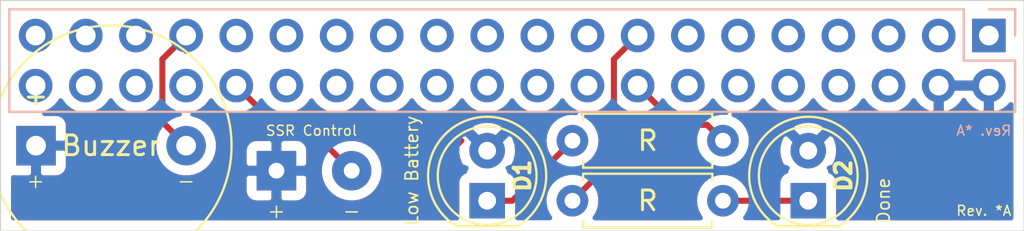
<source format=kicad_pcb>
(kicad_pcb (version 20171130) (host pcbnew "(5.1.2)-2")

  (general
    (thickness 1.6)
    (drawings 11)
    (tracks 20)
    (zones 0)
    (modules 10)
    (nets 42)
  )

  (page USLetter)
  (title_block
    (title "iGrill Smoker Raspberry Pi SSR Control")
    (date 2019-06-25)
    (rev *A)
    (company "Redbud Farms")
    (comment 1 https://git.kins.dev/igrill-smoker/)
    (comment 2 https://creativecommons.org/licenses/by-nc-sa/4.0/)
    (comment 3 "License: Creative Commons BY-NC-SA")
    (comment 4 "Author: Scott Atkins (Scott@kins.dev)")
  )

  (layers
    (0 F.Cu signal hide)
    (31 B.Cu signal hide)
    (32 B.Adhes user hide)
    (33 F.Adhes user hide)
    (34 B.Paste user hide)
    (35 F.Paste user hide)
    (36 B.SilkS user)
    (37 F.SilkS user hide)
    (38 B.Mask user)
    (39 F.Mask user)
    (40 Dwgs.User user)
    (41 Cmts.User user)
    (42 Eco1.User user)
    (43 Eco2.User user)
    (44 Edge.Cuts user)
    (45 Margin user)
    (46 B.CrtYd user)
    (47 F.CrtYd user)
    (48 B.Fab user)
    (49 F.Fab user)
  )

  (setup
    (last_trace_width 0.3048)
    (user_trace_width 0.3048)
    (trace_clearance 0.2)
    (zone_clearance 0.508)
    (zone_45_only no)
    (trace_min 0.1524)
    (via_size 0.8)
    (via_drill 0.4)
    (via_min_size 0.508)
    (via_min_drill 0.3)
    (uvia_size 0.3)
    (uvia_drill 0.1)
    (uvias_allowed no)
    (uvia_min_size 0)
    (uvia_min_drill 0.1)
    (edge_width 0.05)
    (segment_width 0.2)
    (pcb_text_width 0.3)
    (pcb_text_size 1.5 1.5)
    (mod_edge_width 0.12)
    (mod_text_size 1 1)
    (mod_text_width 0.15)
    (pad_size 1.8 1.8)
    (pad_drill 0.9)
    (pad_to_mask_clearance 0.051)
    (solder_mask_min_width 0.25)
    (aux_axis_origin 0 0)
    (visible_elements 7FFFFFFF)
    (pcbplotparams
      (layerselection 0x010fc_ffffffff)
      (usegerberextensions false)
      (usegerberattributes false)
      (usegerberadvancedattributes false)
      (creategerberjobfile false)
      (excludeedgelayer true)
      (linewidth 0.100000)
      (plotframeref false)
      (viasonmask false)
      (mode 1)
      (useauxorigin false)
      (hpglpennumber 1)
      (hpglpenspeed 20)
      (hpglpendiameter 15.000000)
      (psnegative false)
      (psa4output false)
      (plotreference true)
      (plotvalue true)
      (plotinvisibletext false)
      (padsonsilk false)
      (subtractmaskfromsilk false)
      (outputformat 1)
      (mirror false)
      (drillshape 1)
      (scaleselection 1)
      (outputdirectory ""))
  )

  (net 0 "")
  (net 1 +5V)
  (net 2 "Net-(BZ1-Pad2)")
  (net 3 "Net-(D1-Pad1)")
  (net 4 "Net-(D2-Pad1)")
  (net 5 "Net-(J1-Pad1)")
  (net 6 "Net-(J1-Pad3)")
  (net 7 "Net-(J1-Pad5)")
  (net 8 "Net-(J1-Pad7)")
  (net 9 "Net-(J1-Pad8)")
  (net 10 "Net-(J1-Pad10)")
  (net 11 "Net-(J1-Pad11)")
  (net 12 "Net-(J1-Pad12)")
  (net 13 "Net-(J1-Pad13)")
  (net 14 "Net-(J1-Pad15)")
  (net 15 "Net-(J1-Pad16)")
  (net 16 "Net-(J1-Pad17)")
  (net 17 "Net-(J1-Pad18)")
  (net 18 "Net-(J1-Pad19)")
  (net 19 "Net-(J1-Pad21)")
  (net 20 "Net-(J1-Pad22)")
  (net 21 "Net-(J1-Pad23)")
  (net 22 "Net-(J1-Pad24)")
  (net 23 "Net-(J1-Pad26)")
  (net 24 "Net-(J1-Pad27)")
  (net 25 "Net-(J1-Pad28)")
  (net 26 "Net-(J1-Pad29)")
  (net 27 "Net-(J1-Pad31)")
  (net 28 "Net-(J1-Pad35)")
  (net 29 "Net-(J1-Pad36)")
  (net 30 "Net-(J1-Pad37)")
  (net 31 "Net-(J1-Pad38)")
  (net 32 "Net-(J1-Pad40)")
  (net 33 "Net-(J1-Pad32)")
  (net 34 "Net-(J1-Pad6)")
  (net 35 "Net-(J1-Pad9)")
  (net 36 "Net-(J1-Pad14)")
  (net 37 "Net-(J1-Pad20)")
  (net 38 "Net-(J1-Pad25)")
  (net 39 "Net-(J1-Pad30)")
  (net 40 "Net-(J1-Pad34)")
  (net 41 "Net-(J1-Pad39)")

  (net_class Default "This is the default net class."
    (clearance 0.2)
    (trace_width 0.25)
    (via_dia 0.8)
    (via_drill 0.4)
    (uvia_dia 0.3)
    (uvia_drill 0.1)
    (add_net +5V)
    (add_net "Net-(BZ1-Pad2)")
    (add_net "Net-(D1-Pad1)")
    (add_net "Net-(D2-Pad1)")
    (add_net "Net-(J1-Pad1)")
    (add_net "Net-(J1-Pad10)")
    (add_net "Net-(J1-Pad11)")
    (add_net "Net-(J1-Pad12)")
    (add_net "Net-(J1-Pad13)")
    (add_net "Net-(J1-Pad14)")
    (add_net "Net-(J1-Pad15)")
    (add_net "Net-(J1-Pad16)")
    (add_net "Net-(J1-Pad17)")
    (add_net "Net-(J1-Pad18)")
    (add_net "Net-(J1-Pad19)")
    (add_net "Net-(J1-Pad20)")
    (add_net "Net-(J1-Pad21)")
    (add_net "Net-(J1-Pad22)")
    (add_net "Net-(J1-Pad23)")
    (add_net "Net-(J1-Pad24)")
    (add_net "Net-(J1-Pad25)")
    (add_net "Net-(J1-Pad26)")
    (add_net "Net-(J1-Pad27)")
    (add_net "Net-(J1-Pad28)")
    (add_net "Net-(J1-Pad29)")
    (add_net "Net-(J1-Pad3)")
    (add_net "Net-(J1-Pad30)")
    (add_net "Net-(J1-Pad31)")
    (add_net "Net-(J1-Pad32)")
    (add_net "Net-(J1-Pad34)")
    (add_net "Net-(J1-Pad35)")
    (add_net "Net-(J1-Pad36)")
    (add_net "Net-(J1-Pad37)")
    (add_net "Net-(J1-Pad38)")
    (add_net "Net-(J1-Pad39)")
    (add_net "Net-(J1-Pad40)")
    (add_net "Net-(J1-Pad5)")
    (add_net "Net-(J1-Pad6)")
    (add_net "Net-(J1-Pad7)")
    (add_net "Net-(J1-Pad8)")
    (add_net "Net-(J1-Pad9)")
  )

  (module iGrillSmoker:igrill-smoker-url-qr-code (layer B.Cu) (tedit 5D125940) (tstamp 5D12A97E)
    (at 108.966 110.236 180)
    (fp_text reference G*** (at 0.508 -9.398 180) (layer B.SilkS) hide
      (effects (font (size 1.524 1.524) (thickness 0.3)) (justify mirror))
    )
    (fp_text value LOGO (at 0.254 -11.176 180) (layer B.SilkS) hide
      (effects (font (size 1.524 1.524) (thickness 0.3)) (justify mirror))
    )
    (fp_poly (pts (xy -1.058333 -2.046111) (xy -2.046111 -2.046111) (xy -2.046111 -1.199444) (xy -1.905 -1.199444)
      (xy -1.905 -1.905) (xy -1.199445 -1.905) (xy -1.199445 -1.199444) (xy -1.905 -1.199444)
      (xy -2.046111 -1.199444) (xy -2.046111 -1.058333) (xy -1.058333 -1.058333) (xy -1.058333 -2.046111)) (layer B.Mask) (width 0.01))
    (fp_poly (pts (xy -1.905 0.352778) (xy -2.046111 0.352778) (xy -2.046111 0.493889) (xy -1.905 0.493889)
      (xy -1.905 0.352778)) (layer B.Mask) (width 0.01))
    (fp_poly (pts (xy 1.763889 0.917222) (xy 1.905 0.917222) (xy 1.905 0.635) (xy 1.763889 0.635)
      (xy 1.763889 0.917222)) (layer B.Mask) (width 0.01))
    (fp_poly (pts (xy -0.635 1.763889) (xy -0.493889 1.763889) (xy -0.493889 1.905) (xy -0.211667 1.905)
      (xy -0.211667 1.763889) (xy -0.352778 1.763889) (xy -0.352778 1.481667) (xy -0.493889 1.481667)
      (xy -0.493889 1.058333) (xy -0.635 1.058333) (xy -0.635 1.481667) (xy -0.917222 1.481667)
      (xy -0.917222 1.622778) (xy -0.776111 1.622778) (xy -0.635 1.622778) (xy -0.635 1.481667)
      (xy -0.493889 1.481667) (xy -0.493889 1.622778) (xy -0.635 1.622778) (xy -0.776111 1.622778)
      (xy -0.776111 1.763889) (xy -0.917222 1.763889) (xy -0.917222 1.905) (xy -0.776111 1.905)
      (xy -0.776111 2.046111) (xy -0.635 2.046111) (xy -0.635 1.763889)) (layer B.Mask) (width 0.01))
    (fp_poly (pts (xy 0.070555 0.776111) (xy -0.070556 0.776111) (xy -0.070556 0.917222) (xy 0.211667 0.917222)
      (xy 0.211667 1.199445) (xy 0.070555 1.199445) (xy 0.070555 1.058333) (xy -0.070556 1.058333)
      (xy -0.070556 0.917222) (xy -0.211667 0.917222) (xy -0.211667 0.776111) (xy -0.352778 0.776111)
      (xy -0.352778 1.199445) (xy -0.211667 1.199445) (xy -0.211667 1.058333) (xy -0.070556 1.058333)
      (xy -0.070556 1.199445) (xy -0.211667 1.199445) (xy -0.211667 1.340556) (xy -0.352778 1.340556)
      (xy -0.352778 1.481667) (xy -0.070556 1.481667) (xy -0.070556 1.340556) (xy 0.493889 1.340556)
      (xy 0.493889 1.199445) (xy 0.352778 1.199445) (xy 0.352778 0.917222) (xy 0.493889 0.917222)
      (xy 0.493889 0.776111) (xy 0.352778 0.776111) (xy 0.352778 0.635) (xy 0.211667 0.635)
      (xy 0.211667 0.493889) (xy 0.070555 0.493889) (xy 0.070555 0.776111)) (layer B.Mask) (width 0.01))
    (fp_poly (pts (xy -0.070556 0.352778) (xy -0.070556 0.493889) (xy 0.070555 0.493889) (xy 0.070555 0.352778)
      (xy -0.070556 0.352778)) (layer B.Mask) (width 0.01))
    (fp_poly (pts (xy 0.070555 0.352778) (xy 0.211667 0.352778) (xy 0.211667 0.493889) (xy 0.352778 0.493889)
      (xy 0.352778 0.352778) (xy 0.635 0.352778) (xy 0.635 0.070556) (xy 0.493889 0.070556)
      (xy 0.493889 0.211667) (xy 0.070555 0.211667) (xy 0.070555 0.352778)) (layer B.Mask) (width 0.01))
    (fp_poly (pts (xy 0.070555 0.211667) (xy 0.070555 -0.070555) (xy -0.070556 -0.070555) (xy -0.070556 -0.211667)
      (xy -0.211667 -0.211667) (xy -0.211667 -0.352778) (xy -0.352778 -0.352778) (xy -0.352778 -0.070555)
      (xy -0.211667 -0.070555) (xy -0.211667 0.070556) (xy -0.352778 0.070556) (xy -0.352778 0.211667)
      (xy 0.070555 0.211667)) (layer B.Mask) (width 0.01))
    (fp_poly (pts (xy -1.058333 -0.776111) (xy -1.058333 -0.917222) (xy -1.199445 -0.917222) (xy -1.199445 -0.776111)
      (xy -1.058333 -0.776111)) (layer B.Mask) (width 0.01))
    (fp_poly (pts (xy 0.211667 1.905) (xy 0.211667 2.046111) (xy 0.352778 2.046111) (xy 0.352778 1.905)
      (xy 0.211667 1.905)) (layer B.Mask) (width 0.01))
    (fp_poly (pts (xy 0.493889 1.481667) (xy 0.493889 1.622778) (xy 0.352778 1.622778) (xy 0.352778 1.905)
      (xy 0.493889 1.905) (xy 0.493889 1.763889) (xy 0.635 1.763889) (xy 0.635 2.046111)
      (xy 0.917222 2.046111) (xy 0.917222 1.905) (xy 0.776111 1.905) (xy 0.776111 1.622778)
      (xy 0.635 1.622778) (xy 0.635 1.481667) (xy 0.493889 1.481667)) (layer B.Mask) (width 0.01))
    (fp_poly (pts (xy 1.763889 0.493889) (xy 1.622778 0.493889) (xy 1.622778 0.352778) (xy 1.481667 0.352778)
      (xy 1.481667 0.211667) (xy 1.199444 0.211667) (xy 1.199444 0.070556) (xy 0.776111 0.070556)
      (xy 0.776111 0.211667) (xy 1.058333 0.211667) (xy 1.058333 0.352778) (xy 0.635 0.352778)
      (xy 0.635 0.493889) (xy 0.917222 0.493889) (xy 0.917222 0.635) (xy 0.776111 0.635)
      (xy 0.776111 0.917222) (xy 0.493889 0.917222) (xy 0.493889 1.199445) (xy 0.635 1.199445)
      (xy 0.635 1.058333) (xy 0.776111 1.058333) (xy 0.776111 1.340556) (xy 0.635 1.340556)
      (xy 0.635 1.481667) (xy 0.917222 1.481667) (xy 0.917222 0.917222) (xy 1.058333 0.917222)
      (xy 1.058333 0.493889) (xy 1.199444 0.493889) (xy 1.199444 0.635) (xy 1.340555 0.635)
      (xy 1.340555 0.493889) (xy 1.481667 0.493889) (xy 1.481667 0.635) (xy 1.340555 0.635)
      (xy 1.199444 0.635) (xy 1.199444 0.917222) (xy 1.340555 0.917222) (xy 1.340555 0.776111)
      (xy 1.481667 0.776111) (xy 1.481667 0.917222) (xy 1.622778 0.917222) (xy 1.622778 0.635)
      (xy 1.763889 0.635) (xy 1.763889 0.493889)) (layer B.Mask) (width 0.01))
    (fp_poly (pts (xy 0.776111 -1.905) (xy 0.776111 -1.763889) (xy 0.917222 -1.763889) (xy 0.917222 -1.905)
      (xy 1.199444 -1.905) (xy 1.199444 -2.046111) (xy 0.635 -2.046111) (xy 0.635 -1.905)
      (xy 0.776111 -1.905)) (layer B.Mask) (width 0.01))
    (fp_poly (pts (xy 1.905 -0.352778) (xy 2.046111 -0.352778) (xy 2.046111 -0.493889) (xy 1.905 -0.493889)
      (xy 1.905 -0.352778)) (layer B.Mask) (width 0.01))
    (fp_poly (pts (xy -0.493889 -0.352778) (xy -0.635 -0.352778) (xy -0.635 -0.635) (xy -0.493889 -0.635)
      (xy -0.493889 -0.493889) (xy -0.211667 -0.493889) (xy -0.211667 -0.635) (xy -0.352778 -0.635)
      (xy -0.352778 -0.917222) (xy -0.493889 -0.917222) (xy -0.493889 -0.776111) (xy -0.635 -0.776111)
      (xy -0.635 -0.917222) (xy -0.776111 -0.917222) (xy -0.776111 -1.058333) (xy -0.493889 -1.058333)
      (xy -0.493889 -1.340555) (xy -0.635 -1.340555) (xy -0.635 -1.481667) (xy -0.776111 -1.481667)
      (xy -0.776111 -1.622778) (xy -0.211667 -1.622778) (xy -0.211667 -1.763889) (xy -0.352778 -1.763889)
      (xy -0.352778 -2.046111) (xy -0.493889 -2.046111) (xy -0.493889 -1.763889) (xy -0.635 -1.763889)
      (xy -0.635 -2.046111) (xy -0.917222 -2.046111) (xy -0.917222 -1.340555) (xy -0.776111 -1.340555)
      (xy -0.776111 -1.199444) (xy -0.917222 -1.199444) (xy -0.917222 -0.635) (xy -0.776111 -0.635)
      (xy -0.776111 -0.352778) (xy -0.917222 -0.352778) (xy -0.917222 -0.493889) (xy -1.058333 -0.493889)
      (xy -1.058333 -0.635) (xy -1.199445 -0.635) (xy -1.199445 -0.776111) (xy -1.481667 -0.776111)
      (xy -1.481667 -0.635) (xy -1.763889 -0.635) (xy -1.763889 -0.493889) (xy -1.905 -0.493889)
      (xy -1.905 -0.917222) (xy -2.046111 -0.917222) (xy -2.046111 -0.211667) (xy -1.763889 -0.211667)
      (xy -1.763889 -0.352778) (xy -1.622778 -0.352778) (xy -1.481667 -0.352778) (xy -1.481667 -0.493889)
      (xy -1.058333 -0.493889) (xy -1.058333 -0.352778) (xy -1.481667 -0.352778) (xy -1.622778 -0.352778)
      (xy -1.622778 -0.211667) (xy -1.763889 -0.211667) (xy -1.763889 0.070556) (xy -1.905 0.070556)
      (xy -1.905 -0.070555) (xy -2.046111 -0.070555) (xy -2.046111 0.211667) (xy -1.763889 0.211667)
      (xy -1.622778 0.211667) (xy -1.622778 -0.070555) (xy -1.340556 -0.070555) (xy -1.340556 -0.211667)
      (xy -0.635 -0.211667) (xy -0.635 0.070556) (xy -0.776111 0.070556) (xy -0.776111 0.352778)
      (xy -0.635 0.352778) (xy -0.635 0.211667) (xy -0.493889 0.211667) (xy -0.493889 0.352778)
      (xy -0.635 0.352778) (xy -0.776111 0.352778) (xy -0.776111 0.635) (xy -0.917222 0.635)
      (xy -0.917222 0.211667) (xy -1.199445 0.211667) (xy -1.199445 0.070556) (xy -1.481667 0.070556)
      (xy -1.481667 0.211667) (xy -1.622778 0.211667) (xy -1.763889 0.211667) (xy -1.763889 0.493889)
      (xy -1.905 0.493889) (xy -1.905 0.635) (xy -1.763889 0.635) (xy -1.763889 0.493889)
      (xy -1.622778 0.493889) (xy -1.622778 0.635) (xy -1.763889 0.635) (xy -1.763889 0.776111)
      (xy -2.046111 0.776111) (xy -2.046111 0.917222) (xy -1.340556 0.917222) (xy -1.340556 0.776111)
      (xy -1.481667 0.776111) (xy -1.481667 0.493889) (xy -1.622778 0.493889) (xy -1.622778 0.352778)
      (xy -1.481667 0.352778) (xy -1.481667 0.211667) (xy -1.340556 0.211667) (xy -1.340556 0.493889)
      (xy -1.199445 0.493889) (xy -1.199445 0.352778) (xy -1.058333 0.352778) (xy -1.058333 0.493889)
      (xy -1.199445 0.493889) (xy -1.199445 0.635) (xy -0.917222 0.635) (xy -0.917222 0.776111)
      (xy -1.199445 0.776111) (xy -1.199445 0.917222) (xy -0.493889 0.917222) (xy -0.493889 0.776111)
      (xy -0.635 0.776111) (xy -0.635 0.493889) (xy -0.493889 0.493889) (xy -0.493889 0.635)
      (xy -0.211667 0.635) (xy -0.211667 0.493889) (xy -0.352778 0.493889) (xy -0.352778 0.211667)
      (xy -0.493889 0.211667) (xy -0.493889 -0.352778)) (layer B.Mask) (width 0.01))
    (fp_poly (pts (xy 1.481667 0.211667) (xy 1.622778 0.211667) (xy 1.622778 0.070556) (xy 1.763889 0.070556)
      (xy 1.763889 0.211667) (xy 1.905 0.211667) (xy 1.905 0.070556) (xy 2.046111 0.070556)
      (xy 2.046111 -0.211667) (xy 1.763889 -0.211667) (xy 1.763889 -0.070555) (xy 1.481667 -0.070555)
      (xy 1.481667 0.211667)) (layer B.Mask) (width 0.01))
    (fp_poly (pts (xy 0.211667 -0.493889) (xy 0.211667 -0.352778) (xy -0.070556 -0.352778) (xy -0.070556 -0.211667)
      (xy 0.211667 -0.211667) (xy 0.352778 -0.211667) (xy 0.352778 -0.493889) (xy 0.493889 -0.493889)
      (xy 0.493889 -0.635) (xy 0.635 -0.635) (xy 0.635 -0.493889) (xy 0.776111 -0.493889)
      (xy 0.776111 -0.776111) (xy 0.917222 -0.776111) (xy 0.917222 -0.635) (xy 1.481667 -0.635)
      (xy 1.481667 -0.776111) (xy 1.763889 -0.776111) (xy 1.763889 -0.635) (xy 1.481667 -0.635)
      (xy 1.481667 -0.493889) (xy 1.058333 -0.493889) (xy 1.058333 -0.352778) (xy 0.917222 -0.352778)
      (xy 0.917222 -0.493889) (xy 0.776111 -0.493889) (xy 0.635 -0.493889) (xy 0.635 -0.352778)
      (xy 0.493889 -0.352778) (xy 0.493889 -0.211667) (xy 0.635 -0.211667) (xy 0.635 -0.352778)
      (xy 0.917222 -0.352778) (xy 0.917222 -0.211667) (xy 0.635 -0.211667) (xy 0.493889 -0.211667)
      (xy 0.352778 -0.211667) (xy 0.211667 -0.211667) (xy 0.211667 -0.070555) (xy 0.352778 -0.070555)
      (xy 0.352778 0.070556) (xy 0.493889 0.070556) (xy 0.493889 -0.070555) (xy 1.481667 -0.070555)
      (xy 1.481667 -0.211667) (xy 1.340555 -0.211667) (xy 1.340555 -0.352778) (xy 1.622778 -0.352778)
      (xy 1.622778 -0.493889) (xy 1.905 -0.493889) (xy 1.905 -0.635) (xy 2.046111 -0.635)
      (xy 2.046111 -0.776111) (xy 1.905 -0.776111) (xy 1.905 -1.058333) (xy 1.763889 -1.058333)
      (xy 1.763889 -1.199444) (xy 2.046111 -1.199444) (xy 2.046111 -1.481667) (xy 1.622778 -1.481667)
      (xy 1.622778 -1.199444) (xy 1.481667 -1.199444) (xy 1.481667 -1.481667) (xy 1.340555 -1.481667)
      (xy 1.340555 -1.763889) (xy 1.199444 -1.763889) (xy 1.199444 -1.622778) (xy 0.776111 -1.622778)
      (xy 0.776111 -1.763889) (xy 0.635 -1.763889) (xy 0.635 -1.905) (xy 0.352778 -1.905)
      (xy 0.352778 -2.046111) (xy 0.070555 -2.046111) (xy 0.070555 -1.905) (xy -0.070556 -1.905)
      (xy -0.070556 -1.763889) (xy 0.070555 -1.763889) (xy 0.070555 -1.905) (xy 0.211667 -1.905)
      (xy 0.211667 -1.763889) (xy 0.070555 -1.763889) (xy 0.070555 -1.622778) (xy 0.493889 -1.622778)
      (xy 0.493889 -1.481667) (xy 0.776111 -1.481667) (xy 0.776111 -1.199444) (xy 0.635 -1.199444)
      (xy 0.635 -1.340555) (xy 0.352778 -1.340555) (xy 0.352778 -1.481667) (xy -0.070556 -1.481667)
      (xy -0.070556 -1.340555) (xy -0.211667 -1.340555) (xy -0.211667 -1.481667) (xy -0.352778 -1.481667)
      (xy -0.352778 -1.199444) (xy -0.211667 -1.199444) (xy -0.070556 -1.199444) (xy -0.070556 -1.340555)
      (xy 0.211667 -1.340555) (xy 0.211667 -1.199444) (xy 0.352778 -1.199444) (xy 0.352778 -1.058333)
      (xy 0.070555 -1.058333) (xy 0.070555 -1.199444) (xy -0.070556 -1.199444) (xy -0.211667 -1.199444)
      (xy -0.211667 -1.058333) (xy -0.352778 -1.058333) (xy -0.352778 -0.917222) (xy 0.070555 -0.917222)
      (xy 0.070555 -0.776111) (xy 0.211667 -0.776111) (xy 0.352778 -0.776111) (xy 0.352778 -1.058333)
      (xy 0.493889 -1.058333) (xy 0.493889 -1.199444) (xy 0.635 -1.199444) (xy 0.635 -1.058333)
      (xy 0.493889 -1.058333) (xy 0.493889 -0.917222) (xy 0.776111 -0.917222) (xy 0.917222 -0.917222)
      (xy 0.917222 -1.340555) (xy 1.340555 -1.340555) (xy 1.340555 -0.917222) (xy 1.481667 -0.917222)
      (xy 1.481667 -1.058333) (xy 1.763889 -1.058333) (xy 1.763889 -0.917222) (xy 1.481667 -0.917222)
      (xy 1.340555 -0.917222) (xy 0.917222 -0.917222) (xy 0.776111 -0.917222) (xy 0.776111 -0.776111)
      (xy 0.352778 -0.776111) (xy 0.211667 -0.776111) (xy 0.211667 -0.635) (xy 0.352778 -0.635)
      (xy 0.352778 -0.493889) (xy 0.211667 -0.493889)) (layer B.Mask) (width 0.01))
    (fp_poly (pts (xy 1.905 -1.763889) (xy 1.763889 -1.763889) (xy 1.763889 -2.046111) (xy 1.340555 -2.046111)
      (xy 1.340555 -1.905) (xy 1.481667 -1.905) (xy 1.481667 -1.763889) (xy 1.622778 -1.763889)
      (xy 1.622778 -1.622778) (xy 1.905 -1.622778) (xy 1.905 -1.763889)) (layer B.Mask) (width 0.01))
    (fp_poly (pts (xy 2.046111 -1.905) (xy 1.905 -1.905) (xy 1.905 -1.763889) (xy 2.046111 -1.763889)
      (xy 2.046111 -1.905)) (layer B.Mask) (width 0.01))
    (fp_poly (pts (xy 2.046111 0.352778) (xy 1.905 0.352778) (xy 1.905 0.493889) (xy 2.046111 0.493889)
      (xy 2.046111 0.352778)) (layer B.Mask) (width 0.01))
    (fp_poly (pts (xy -1.058333 1.058333) (xy -2.046111 1.058333) (xy -2.046111 1.905) (xy -1.905 1.905)
      (xy -1.905 1.199445) (xy -1.199445 1.199445) (xy -1.199445 1.905) (xy -1.905 1.905)
      (xy -2.046111 1.905) (xy -2.046111 2.046111) (xy -1.058333 2.046111) (xy -1.058333 1.058333)) (layer B.Mask) (width 0.01))
    (fp_poly (pts (xy -0.776111 1.058333) (xy -0.917222 1.058333) (xy -0.917222 1.340556) (xy -0.776111 1.340556)
      (xy -0.776111 1.058333)) (layer B.Mask) (width 0.01))
    (fp_poly (pts (xy 2.046111 1.058333) (xy 1.058333 1.058333) (xy 1.058333 1.905) (xy 1.199444 1.905)
      (xy 1.199444 1.199445) (xy 1.905 1.199445) (xy 1.905 1.905) (xy 1.199444 1.905)
      (xy 1.058333 1.905) (xy 1.058333 2.046111) (xy 2.046111 2.046111) (xy 2.046111 1.058333)) (layer B.Mask) (width 0.01))
    (fp_poly (pts (xy 0.211667 1.481667) (xy 0.070555 1.481667) (xy 0.070555 1.622778) (xy 0.211667 1.622778)
      (xy 0.211667 1.481667)) (layer B.Mask) (width 0.01))
    (fp_poly (pts (xy 0.070555 1.905) (xy -0.070556 1.905) (xy -0.070556 2.046111) (xy 0.070555 2.046111)
      (xy 0.070555 1.905)) (layer B.Mask) (width 0.01))
    (fp_poly (pts (xy -1.340556 -1.763889) (xy -1.763889 -1.763889) (xy -1.763889 -1.340555) (xy -1.340556 -1.340555)
      (xy -1.340556 -1.763889)) (layer B.Mask) (width 0.01))
    (fp_poly (pts (xy 0.070555 -0.776111) (xy -0.070556 -0.776111) (xy -0.070556 -0.635) (xy 0.070555 -0.635)
      (xy 0.070555 -0.776111)) (layer B.Mask) (width 0.01))
    (fp_poly (pts (xy 0.493889 0.493889) (xy 0.352778 0.493889) (xy 0.352778 0.635) (xy 0.493889 0.635)
      (xy 0.493889 0.493889)) (layer B.Mask) (width 0.01))
    (fp_poly (pts (xy 1.199444 -1.199444) (xy 1.058333 -1.199444) (xy 1.058333 -1.058333) (xy 1.199444 -1.058333)
      (xy 1.199444 -1.199444)) (layer B.Mask) (width 0.01))
    (fp_poly (pts (xy -0.917222 -0.070555) (xy -1.199445 -0.070555) (xy -1.199445 0.070556) (xy -0.917222 0.070556)
      (xy -0.917222 -0.070555)) (layer B.Mask) (width 0.01))
    (fp_poly (pts (xy -1.340556 1.340556) (xy -1.763889 1.340556) (xy -1.763889 1.763889) (xy -1.340556 1.763889)
      (xy -1.340556 1.340556)) (layer B.Mask) (width 0.01))
    (fp_poly (pts (xy 1.763889 1.340556) (xy 1.340555 1.340556) (xy 1.340555 1.763889) (xy 1.763889 1.763889)
      (xy 1.763889 1.340556)) (layer B.Mask) (width 0.01))
  )

  (module iGrillSmoker:WiFiThem (layer B.Cu) (tedit 5D124F86) (tstamp 5D12A731)
    (at 123.698 110.236 270)
    (fp_text reference G*** (at 0.508 -7.366 270) (layer B.Fab) hide
      (effects (font (size 1.524 1.524) (thickness 0.3)) (justify mirror))
    )
    (fp_text value LOGO (at 0.75 -5.08 270) (layer B.Fab) hide
      (effects (font (size 1.524 1.524) (thickness 0.3)) (justify mirror))
    )
    (fp_poly (pts (xy 1.238835 3.598318) (xy 1.385732 3.558836) (xy 1.523785 3.495647) (xy 1.649531 3.410889)
      (xy 1.759508 3.306702) (xy 1.850254 3.185224) (xy 1.888351 3.116623) (xy 1.901879 3.089825)
      (xy 1.914143 3.06573) (xy 1.925205 3.042902) (xy 1.935127 3.019909) (xy 1.943971 2.995316)
      (xy 1.951799 2.967688) (xy 1.958672 2.935592) (xy 1.964653 2.897594) (xy 1.969804 2.85226)
      (xy 1.974187 2.798155) (xy 1.977863 2.733846) (xy 1.980895 2.657898) (xy 1.983345 2.568877)
      (xy 1.985274 2.46535) (xy 1.986745 2.345882) (xy 1.987819 2.20904) (xy 1.988559 2.053388)
      (xy 1.989027 1.877494) (xy 1.989283 1.679923) (xy 1.989392 1.45924) (xy 1.989413 1.214013)
      (xy 1.989411 0.942806) (xy 1.989421 0.777827) (xy 1.989666 -1.245402) (xy 2.079772 -1.340918)
      (xy 2.198574 -1.486547) (xy 2.293477 -1.644383) (xy 2.364553 -1.811738) (xy 2.411874 -1.98592)
      (xy 2.435511 -2.164241) (xy 2.435534 -2.344008) (xy 2.412015 -2.522534) (xy 2.365027 -2.697126)
      (xy 2.294638 -2.865096) (xy 2.200922 -3.023754) (xy 2.08395 -3.170408) (xy 2.029811 -3.225934)
      (xy 1.878946 -3.353189) (xy 1.714467 -3.45584) (xy 1.535521 -3.534367) (xy 1.413177 -3.57214)
      (xy 1.325631 -3.589359) (xy 1.220648 -3.601071) (xy 1.10801 -3.606919) (xy 0.997501 -3.606551)
      (xy 0.898902 -3.59961) (xy 0.851486 -3.592521) (xy 0.658794 -3.542346) (xy 0.480379 -3.467915)
      (xy 0.315315 -3.368747) (xy 0.162674 -3.244363) (xy 0.143299 -3.225934) (xy 0.017024 -3.085052)
      (xy -0.086072 -2.931051) (xy -0.165917 -2.766627) (xy -0.222438 -2.594477) (xy -0.255561 -2.417297)
      (xy -0.265215 -2.237786) (xy -0.251327 -2.058639) (xy -0.213824 -1.882553) (xy -0.152632 -1.712226)
      (xy -0.067681 -1.550354) (xy 0.041104 -1.399634) (xy 0.092508 -1.341799) (xy 0.135063 -1.295632)
      (xy 0.161723 -1.262195) (xy 0.176508 -1.234219) (xy 0.183437 -1.204434) (xy 0.186141 -1.17243)
      (xy 0.1905 -1.097696) (xy 0.261055 -1.070198) (xy 0.305325 -1.054706) (xy 0.367245 -1.035316)
      (xy 0.437093 -1.015) (xy 0.479778 -1.003333) (xy 0.627944 -0.963967) (xy 0.635534 -0.340631)
      (xy 0.716406 -0.331818) (xy 0.766148 -0.326453) (xy 0.807836 -0.322051) (xy 0.8255 -0.320253)
      (xy 0.83417 -0.318372) (xy 0.840906 -0.312452) (xy 0.845998 -0.299231) (xy 0.849736 -0.275446)
      (xy 0.852412 -0.237833) (xy 0.854316 -0.18313) (xy 0.85574 -0.108074) (xy 0.856972 -0.009402)
      (xy 0.857492 0.038806) (xy 0.861262 0.395111) (xy 0.792228 0.395111) (xy 0.740551 0.393251)
      (xy 0.692841 0.388581) (xy 0.679332 0.386339) (xy 0.635469 0.377566) (xy 0.631707 0.017399)
      (xy 0.627944 -0.342769) (xy 0.500944 -0.368751) (xy 0.429952 -0.384031) (xy 0.356175 -0.401128)
      (xy 0.293337 -0.416836) (xy 0.282222 -0.419821) (xy 0.1905 -0.444909) (xy 0.186711 -0.77301)
      (xy 0.182923 -1.101111) (xy 0.049013 -1.167631) (xy -0.084898 -1.23415) (xy -0.303504 -1.015885)
      (xy -0.3673 -0.951789) (xy -0.423759 -0.894299) (xy -0.470005 -0.846408) (xy -0.50316 -0.811109)
      (xy -0.520347 -0.791396) (xy -0.522111 -0.788473) (xy -0.509849 -0.773814) (xy -0.475797 -0.750022)
      (xy -0.42406 -0.719191) (xy -0.358741 -0.683416) (xy -0.283943 -0.644792) (xy -0.20377 -0.605413)
      (xy -0.122325 -0.567374) (xy -0.043713 -0.53277) (xy 0.027964 -0.503694) (xy 0.056635 -0.493054)
      (xy 0.18299 -0.447856) (xy 0.186745 -0.072271) (xy 0.1905 0.303313) (xy 0.303389 0.327461)
      (xy 0.376587 0.342117) (xy 0.457752 0.356861) (xy 0.525639 0.367928) (xy 0.635 0.384247)
      (xy 0.635 0.409222) (xy 0.858476 0.409222) (xy 1.100666 0.409222) (xy 1.100666 0.906804)
      (xy 1.048081 0.89827) (xy 0.977798 0.873543) (xy 0.9166 0.823028) (xy 0.896927 0.798955)
      (xy 0.884332 0.778565) (xy 0.875573 0.753205) (xy 0.86975 0.71715) (xy 0.86596 0.664676)
      (xy 0.863301 0.590056) (xy 0.863154 0.584633) (xy 0.858476 0.409222) (xy 0.635 0.409222)
      (xy 0.635 0.999643) (xy 0.723194 1.007274) (xy 0.777381 1.011389) (xy 0.847962 1.01596)
      (xy 0.923137 1.020246) (xy 0.956028 1.021918) (xy 1.100666 1.028931) (xy 1.100666 0.967142)
      (xy 1.102408 0.928132) (xy 1.111243 0.908268) (xy 1.132583 0.898525) (xy 1.143338 0.895981)
      (xy 1.197832 0.872293) (xy 1.249272 0.830278) (xy 1.287309 0.778877) (xy 1.293085 0.76664)
      (xy 1.296636 0.753758) (xy 1.299743 0.732083) (xy 1.302434 0.699921) (xy 1.304736 0.655582)
      (xy 1.306676 0.597371) (xy 1.30828 0.523598) (xy 1.309575 0.432569) (xy 1.310589 0.322593)
      (xy 1.311347 0.191977) (xy 1.311878 0.039028) (xy 1.312208 -0.137946) (xy 1.312364 -0.340637)
      (xy 1.312385 -0.447574) (xy 1.312437 -1.615722) (xy 1.402764 -1.662426) (xy 1.509493 -1.732989)
      (xy 1.602031 -1.825186) (xy 1.676878 -1.934529) (xy 1.730532 -2.056535) (xy 1.74284 -2.098228)
      (xy 1.762569 -2.227081) (xy 1.756047 -2.354312) (xy 1.7252 -2.476753) (xy 1.671955 -2.591239)
      (xy 1.598241 -2.694604) (xy 1.505985 -2.783682) (xy 1.397115 -2.855307) (xy 1.273557 -2.906314)
      (xy 1.246105 -2.914062) (xy 1.118107 -2.933926) (xy 0.99344 -2.928029) (xy 0.874549 -2.898819)
      (xy 0.763884 -2.848742) (xy 0.663892 -2.780246) (xy 0.577019 -2.695778) (xy 0.505713 -2.597786)
      (xy 0.452421 -2.488717) (xy 0.419591 -2.371018) (xy 0.40967 -2.247136) (xy 0.425105 -2.11952)
      (xy 0.430271 -2.098228) (xy 0.476273 -1.973069) (xy 0.544606 -1.859111) (xy 0.63177 -1.760841)
      (xy 0.734264 -1.682744) (xy 0.770347 -1.662426) (xy 0.860673 -1.615722) (xy 0.860725 -1.274794)
      (xy 0.860778 -0.933867) (xy 0.980722 -0.923875) (xy 1.100666 -0.913884) (xy 1.100666 -0.309303)
      (xy 0.98425 -0.313401) (xy 0.867833 -0.3175) (xy 0.864032 -0.623552) (xy 0.86304 -0.725664)
      (xy 0.861924 -0.80313) (xy 0.85917 -0.859493) (xy 0.853262 -0.898294) (xy 0.842687 -0.923075)
      (xy 0.825929 -0.937379) (xy 0.801473 -0.944748) (xy 0.767805 -0.948723) (xy 0.72341 -0.952847)
      (xy 0.723194 -0.95287) (xy 0.635 -0.962327) (xy 0.634272 -1.474611) (xy 0.563011 -1.522962)
      (xy 0.455246 -1.612401) (xy 0.361993 -1.722534) (xy 0.285753 -1.848518) (xy 0.229023 -1.985509)
      (xy 0.194301 -2.128664) (xy 0.183934 -2.257778) (xy 0.197378 -2.411296) (xy 0.236146 -2.556906)
      (xy 0.297894 -2.692265) (xy 0.380278 -2.815029) (xy 0.480955 -2.922853) (xy 0.597579 -3.013393)
      (xy 0.727807 -3.084305) (xy 0.869295 -3.133246) (xy 1.019699 -3.15787) (xy 1.086555 -3.160399)
      (xy 1.240073 -3.146955) (xy 1.385684 -3.108187) (xy 1.521043 -3.046439) (xy 1.643806 -2.964055)
      (xy 1.75163 -2.863378) (xy 1.84217 -2.746754) (xy 1.913083 -2.616526) (xy 1.962023 -2.475038)
      (xy 1.986648 -2.324634) (xy 1.989176 -2.257778) (xy 1.976206 -2.113103) (xy 1.938959 -1.970275)
      (xy 1.879934 -1.834138) (xy 1.801627 -1.709533) (xy 1.706535 -1.601304) (xy 1.610233 -1.522962)
      (xy 1.539105 -1.474611) (xy 1.53508 0.677333) (xy 1.531055 2.829278) (xy 1.496114 2.899833)
      (xy 1.438107 2.988429) (xy 1.360577 3.064955) (xy 1.277055 3.118644) (xy 1.203234 3.143193)
      (xy 1.11579 3.154403) (xy 1.025432 3.1522) (xy 0.942868 3.136515) (xy 0.902678 3.121164)
      (xy 0.813445 3.06746) (xy 0.744181 3.000291) (xy 0.690588 2.91853) (xy 0.642339 2.829278)
      (xy 0.637272 2.585779) (xy 0.635298 2.497603) (xy 0.633225 2.433627) (xy 0.630483 2.389832)
      (xy 0.626502 2.3622) (xy 0.620712 2.346713) (xy 0.612541 2.339353) (xy 0.601852 2.336187)
      (xy 0.575742 2.33228) (xy 0.528787 2.326463) (xy 0.468226 2.3196) (xy 0.416676 2.314123)
      (xy 0.349376 2.306844) (xy 0.288931 2.299698) (xy 0.243067 2.293632) (xy 0.222913 2.290366)
      (xy 0.183975 2.282578) (xy 0.176389 1.658932) (xy 0.112889 1.647102) (xy -0.111697 1.597479)
      (xy -0.349359 1.530665) (xy -0.592996 1.4492) (xy -0.835506 1.355625) (xy -1.069787 1.252479)
      (xy -1.269497 1.152626) (xy -1.368203 1.097791) (xy -1.477986 1.033044) (xy -1.592114 0.962655)
      (xy -1.703856 0.890892) (xy -1.80648 0.822023) (xy -1.893253 0.760316) (xy -1.919779 0.74032)
      (xy -1.99905 0.679322) (xy -2.213081 0.893688) (xy -2.276144 0.957304) (xy -2.331848 1.014367)
      (xy -2.37729 1.06183) (xy -2.409565 1.096645) (xy -2.42577 1.115767) (xy -2.427111 1.118252)
      (xy -2.415987 1.131696) (xy -2.385009 1.158239) (xy -2.337768 1.195266) (xy -2.277853 1.240166)
      (xy -2.208856 1.290324) (xy -2.134368 1.343128) (xy -2.057978 1.395965) (xy -1.983278 1.446222)
      (xy -1.919111 1.487947) (xy -1.781992 1.570906) (xy -1.625612 1.658076) (xy -1.457735 1.745532)
      (xy -1.286126 1.829347) (xy -1.118547 1.905597) (xy -0.973667 1.966061) (xy -0.74203 2.051993)
      (xy -0.508771 2.126606) (xy -0.266129 2.192109) (xy -0.006343 2.250711) (xy 0.102305 2.272366)
      (xy 0.183444 2.288001) (xy 0.183689 2.544528) (xy 0.18516 2.669832) (xy 0.189966 2.772649)
      (xy 0.199095 2.858619) (xy 0.213535 2.933379) (xy 0.234273 3.002568) (xy 0.262298 3.071825)
      (xy 0.284163 3.118078) (xy 0.362737 3.246414) (xy 0.462509 3.358949) (xy 0.579971 3.453524)
      (xy 0.711615 3.52798) (xy 0.853932 3.580158) (xy 1.003413 3.607897) (xy 1.086555 3.611954)
      (xy 1.238835 3.598318)) (layer B.Mask) (width 0.01))
    (fp_poly (pts (xy 1.100666 1.735667) (xy 0.941916 1.735544) (xy 0.868698 1.734672) (xy 0.797518 1.732418)
      (xy 0.738111 1.729159) (xy 0.709083 1.726523) (xy 0.635 1.717625) (xy 0.635 1.002427)
      (xy 0.60325 0.995873) (xy 0.570404 0.990292) (xy 0.523726 0.983693) (xy 0.500944 0.980821)
      (xy 0.453126 0.974222) (xy 0.389556 0.96434) (xy 0.322226 0.953056) (xy 0.306916 0.950362)
      (xy 0.183444 0.928401) (xy 0.183444 0.612367) (xy 0.183222 0.521335) (xy 0.1826 0.440566)
      (xy 0.181643 0.374052) (xy 0.180418 0.325786) (xy 0.178991 0.299759) (xy 0.178224 0.296333)
      (xy 0.163391 0.292563) (xy 0.127358 0.282369) (xy 0.075959 0.267422) (xy 0.029862 0.253809)
      (xy -0.179201 0.183262) (xy -0.39497 0.094898) (xy -0.60858 -0.007071) (xy -0.81117 -0.118433)
      (xy -0.983265 -0.22766) (xy -1.017747 -0.250729) (xy -1.041258 -0.265376) (xy -1.046936 -0.268111)
      (xy -1.057813 -0.258575) (xy -1.085653 -0.231876) (xy -1.127535 -0.190881) (xy -1.18054 -0.138457)
      (xy -1.241746 -0.07747) (xy -1.270171 -0.049014) (xy -1.335791 0.017831) (xy -1.391465 0.076641)
      (xy -1.434811 0.124743) (xy -1.463448 0.159465) (xy -1.474992 0.178133) (xy -1.474611 0.180341)
      (xy -1.400365 0.232149) (xy -1.309951 0.291895) (xy -1.210804 0.354951) (xy -1.110357 0.416691)
      (xy -1.016042 0.472487) (xy -0.935295 0.517713) (xy -0.917222 0.527282) (xy -0.762479 0.605264)
      (xy -0.616307 0.672822) (xy -0.47212 0.732423) (xy -0.323331 0.786533) (xy -0.163351 0.837619)
      (xy 0.014406 0.888148) (xy 0.123472 0.916939) (xy 0.183444 0.932421) (xy 0.183444 1.662214)
      (xy 0.271639 1.677404) (xy 0.326772 1.686138) (xy 0.397565 1.696296) (xy 0.471633 1.706129)
      (xy 0.497416 1.709337) (xy 0.635 1.72608) (xy 0.635 2.338303) (xy 0.742962 2.347429)
      (xy 0.811689 2.351886) (xy 0.892329 2.355136) (xy 0.96858 2.356541) (xy 0.975795 2.356556)
      (xy 1.100666 2.356556) (xy 1.100666 1.735667)) (layer B.Mask) (width 0.01))
  )

  (module iGrillSmoker:WiFiThem (layer F.Cu) (tedit 5D124F86) (tstamp 5D129EF4)
    (at 123.698 110.236 90)
    (fp_text reference G*** (at 0.508 10.668 90) (layer F.Fab) hide
      (effects (font (size 1.524 1.524) (thickness 0.3)))
    )
    (fp_text value LOGO (at -0.254 5.842 90) (layer F.Fab) hide
      (effects (font (size 1.524 1.524) (thickness 0.3)))
    )
    (fp_poly (pts (xy 1.238835 -3.598318) (xy 1.385732 -3.558836) (xy 1.523785 -3.495647) (xy 1.649531 -3.410889)
      (xy 1.759508 -3.306702) (xy 1.850254 -3.185224) (xy 1.888351 -3.116623) (xy 1.901879 -3.089825)
      (xy 1.914143 -3.06573) (xy 1.925205 -3.042902) (xy 1.935127 -3.019909) (xy 1.943971 -2.995316)
      (xy 1.951799 -2.967688) (xy 1.958672 -2.935592) (xy 1.964653 -2.897594) (xy 1.969804 -2.85226)
      (xy 1.974187 -2.798155) (xy 1.977863 -2.733846) (xy 1.980895 -2.657898) (xy 1.983345 -2.568877)
      (xy 1.985274 -2.46535) (xy 1.986745 -2.345882) (xy 1.987819 -2.20904) (xy 1.988559 -2.053388)
      (xy 1.989027 -1.877494) (xy 1.989283 -1.679923) (xy 1.989392 -1.45924) (xy 1.989413 -1.214013)
      (xy 1.989411 -0.942806) (xy 1.989421 -0.777827) (xy 1.989666 1.245402) (xy 2.079772 1.340918)
      (xy 2.198574 1.486547) (xy 2.293477 1.644383) (xy 2.364553 1.811738) (xy 2.411874 1.98592)
      (xy 2.435511 2.164241) (xy 2.435534 2.344008) (xy 2.412015 2.522534) (xy 2.365027 2.697126)
      (xy 2.294638 2.865096) (xy 2.200922 3.023754) (xy 2.08395 3.170408) (xy 2.029811 3.225934)
      (xy 1.878946 3.353189) (xy 1.714467 3.45584) (xy 1.535521 3.534367) (xy 1.413177 3.57214)
      (xy 1.325631 3.589359) (xy 1.220648 3.601071) (xy 1.10801 3.606919) (xy 0.997501 3.606551)
      (xy 0.898902 3.59961) (xy 0.851486 3.592521) (xy 0.658794 3.542346) (xy 0.480379 3.467915)
      (xy 0.315315 3.368747) (xy 0.162674 3.244363) (xy 0.143299 3.225934) (xy 0.017024 3.085052)
      (xy -0.086072 2.931051) (xy -0.165917 2.766627) (xy -0.222438 2.594477) (xy -0.255561 2.417297)
      (xy -0.265215 2.237786) (xy -0.251327 2.058639) (xy -0.213824 1.882553) (xy -0.152632 1.712226)
      (xy -0.067681 1.550354) (xy 0.041104 1.399634) (xy 0.092508 1.341799) (xy 0.135063 1.295632)
      (xy 0.161723 1.262195) (xy 0.176508 1.234219) (xy 0.183437 1.204434) (xy 0.186141 1.17243)
      (xy 0.1905 1.097696) (xy 0.261055 1.070198) (xy 0.305325 1.054706) (xy 0.367245 1.035316)
      (xy 0.437093 1.015) (xy 0.479778 1.003333) (xy 0.627944 0.963967) (xy 0.635534 0.340631)
      (xy 0.716406 0.331818) (xy 0.766148 0.326453) (xy 0.807836 0.322051) (xy 0.8255 0.320253)
      (xy 0.83417 0.318372) (xy 0.840906 0.312452) (xy 0.845998 0.299231) (xy 0.849736 0.275446)
      (xy 0.852412 0.237833) (xy 0.854316 0.18313) (xy 0.85574 0.108074) (xy 0.856972 0.009402)
      (xy 0.857492 -0.038806) (xy 0.861262 -0.395111) (xy 0.792228 -0.395111) (xy 0.740551 -0.393251)
      (xy 0.692841 -0.388581) (xy 0.679332 -0.386339) (xy 0.635469 -0.377566) (xy 0.631707 -0.017399)
      (xy 0.627944 0.342769) (xy 0.500944 0.368751) (xy 0.429952 0.384031) (xy 0.356175 0.401128)
      (xy 0.293337 0.416836) (xy 0.282222 0.419821) (xy 0.1905 0.444909) (xy 0.186711 0.77301)
      (xy 0.182923 1.101111) (xy 0.049013 1.167631) (xy -0.084898 1.23415) (xy -0.303504 1.015885)
      (xy -0.3673 0.951789) (xy -0.423759 0.894299) (xy -0.470005 0.846408) (xy -0.50316 0.811109)
      (xy -0.520347 0.791396) (xy -0.522111 0.788473) (xy -0.509849 0.773814) (xy -0.475797 0.750022)
      (xy -0.42406 0.719191) (xy -0.358741 0.683416) (xy -0.283943 0.644792) (xy -0.20377 0.605413)
      (xy -0.122325 0.567374) (xy -0.043713 0.53277) (xy 0.027964 0.503694) (xy 0.056635 0.493054)
      (xy 0.18299 0.447856) (xy 0.186745 0.072271) (xy 0.1905 -0.303313) (xy 0.303389 -0.327461)
      (xy 0.376587 -0.342117) (xy 0.457752 -0.356861) (xy 0.525639 -0.367928) (xy 0.635 -0.384247)
      (xy 0.635 -0.409222) (xy 0.858476 -0.409222) (xy 1.100666 -0.409222) (xy 1.100666 -0.906804)
      (xy 1.048081 -0.89827) (xy 0.977798 -0.873543) (xy 0.9166 -0.823028) (xy 0.896927 -0.798955)
      (xy 0.884332 -0.778565) (xy 0.875573 -0.753205) (xy 0.86975 -0.71715) (xy 0.86596 -0.664676)
      (xy 0.863301 -0.590056) (xy 0.863154 -0.584633) (xy 0.858476 -0.409222) (xy 0.635 -0.409222)
      (xy 0.635 -0.999643) (xy 0.723194 -1.007274) (xy 0.777381 -1.011389) (xy 0.847962 -1.01596)
      (xy 0.923137 -1.020246) (xy 0.956028 -1.021918) (xy 1.100666 -1.028931) (xy 1.100666 -0.967142)
      (xy 1.102408 -0.928132) (xy 1.111243 -0.908268) (xy 1.132583 -0.898525) (xy 1.143338 -0.895981)
      (xy 1.197832 -0.872293) (xy 1.249272 -0.830278) (xy 1.287309 -0.778877) (xy 1.293085 -0.76664)
      (xy 1.296636 -0.753758) (xy 1.299743 -0.732083) (xy 1.302434 -0.699921) (xy 1.304736 -0.655582)
      (xy 1.306676 -0.597371) (xy 1.30828 -0.523598) (xy 1.309575 -0.432569) (xy 1.310589 -0.322593)
      (xy 1.311347 -0.191977) (xy 1.311878 -0.039028) (xy 1.312208 0.137946) (xy 1.312364 0.340637)
      (xy 1.312385 0.447574) (xy 1.312437 1.615722) (xy 1.402764 1.662426) (xy 1.509493 1.732989)
      (xy 1.602031 1.825186) (xy 1.676878 1.934529) (xy 1.730532 2.056535) (xy 1.74284 2.098228)
      (xy 1.762569 2.227081) (xy 1.756047 2.354312) (xy 1.7252 2.476753) (xy 1.671955 2.591239)
      (xy 1.598241 2.694604) (xy 1.505985 2.783682) (xy 1.397115 2.855307) (xy 1.273557 2.906314)
      (xy 1.246105 2.914062) (xy 1.118107 2.933926) (xy 0.99344 2.928029) (xy 0.874549 2.898819)
      (xy 0.763884 2.848742) (xy 0.663892 2.780246) (xy 0.577019 2.695778) (xy 0.505713 2.597786)
      (xy 0.452421 2.488717) (xy 0.419591 2.371018) (xy 0.40967 2.247136) (xy 0.425105 2.11952)
      (xy 0.430271 2.098228) (xy 0.476273 1.973069) (xy 0.544606 1.859111) (xy 0.63177 1.760841)
      (xy 0.734264 1.682744) (xy 0.770347 1.662426) (xy 0.860673 1.615722) (xy 0.860725 1.274794)
      (xy 0.860778 0.933867) (xy 0.980722 0.923875) (xy 1.100666 0.913884) (xy 1.100666 0.309303)
      (xy 0.98425 0.313401) (xy 0.867833 0.3175) (xy 0.864032 0.623552) (xy 0.86304 0.725664)
      (xy 0.861924 0.80313) (xy 0.85917 0.859493) (xy 0.853262 0.898294) (xy 0.842687 0.923075)
      (xy 0.825929 0.937379) (xy 0.801473 0.944748) (xy 0.767805 0.948723) (xy 0.72341 0.952847)
      (xy 0.723194 0.95287) (xy 0.635 0.962327) (xy 0.634272 1.474611) (xy 0.563011 1.522962)
      (xy 0.455246 1.612401) (xy 0.361993 1.722534) (xy 0.285753 1.848518) (xy 0.229023 1.985509)
      (xy 0.194301 2.128664) (xy 0.183934 2.257778) (xy 0.197378 2.411296) (xy 0.236146 2.556906)
      (xy 0.297894 2.692265) (xy 0.380278 2.815029) (xy 0.480955 2.922853) (xy 0.597579 3.013393)
      (xy 0.727807 3.084305) (xy 0.869295 3.133246) (xy 1.019699 3.15787) (xy 1.086555 3.160399)
      (xy 1.240073 3.146955) (xy 1.385684 3.108187) (xy 1.521043 3.046439) (xy 1.643806 2.964055)
      (xy 1.75163 2.863378) (xy 1.84217 2.746754) (xy 1.913083 2.616526) (xy 1.962023 2.475038)
      (xy 1.986648 2.324634) (xy 1.989176 2.257778) (xy 1.976206 2.113103) (xy 1.938959 1.970275)
      (xy 1.879934 1.834138) (xy 1.801627 1.709533) (xy 1.706535 1.601304) (xy 1.610233 1.522962)
      (xy 1.539105 1.474611) (xy 1.53508 -0.677333) (xy 1.531055 -2.829278) (xy 1.496114 -2.899833)
      (xy 1.438107 -2.988429) (xy 1.360577 -3.064955) (xy 1.277055 -3.118644) (xy 1.203234 -3.143193)
      (xy 1.11579 -3.154403) (xy 1.025432 -3.1522) (xy 0.942868 -3.136515) (xy 0.902678 -3.121164)
      (xy 0.813445 -3.06746) (xy 0.744181 -3.000291) (xy 0.690588 -2.91853) (xy 0.642339 -2.829278)
      (xy 0.637272 -2.585779) (xy 0.635298 -2.497603) (xy 0.633225 -2.433627) (xy 0.630483 -2.389832)
      (xy 0.626502 -2.3622) (xy 0.620712 -2.346713) (xy 0.612541 -2.339353) (xy 0.601852 -2.336187)
      (xy 0.575742 -2.33228) (xy 0.528787 -2.326463) (xy 0.468226 -2.3196) (xy 0.416676 -2.314123)
      (xy 0.349376 -2.306844) (xy 0.288931 -2.299698) (xy 0.243067 -2.293632) (xy 0.222913 -2.290366)
      (xy 0.183975 -2.282578) (xy 0.176389 -1.658932) (xy 0.112889 -1.647102) (xy -0.111697 -1.597479)
      (xy -0.349359 -1.530665) (xy -0.592996 -1.4492) (xy -0.835506 -1.355625) (xy -1.069787 -1.252479)
      (xy -1.269497 -1.152626) (xy -1.368203 -1.097791) (xy -1.477986 -1.033044) (xy -1.592114 -0.962655)
      (xy -1.703856 -0.890892) (xy -1.80648 -0.822023) (xy -1.893253 -0.760316) (xy -1.919779 -0.74032)
      (xy -1.99905 -0.679322) (xy -2.213081 -0.893688) (xy -2.276144 -0.957304) (xy -2.331848 -1.014367)
      (xy -2.37729 -1.06183) (xy -2.409565 -1.096645) (xy -2.42577 -1.115767) (xy -2.427111 -1.118252)
      (xy -2.415987 -1.131696) (xy -2.385009 -1.158239) (xy -2.337768 -1.195266) (xy -2.277853 -1.240166)
      (xy -2.208856 -1.290324) (xy -2.134368 -1.343128) (xy -2.057978 -1.395965) (xy -1.983278 -1.446222)
      (xy -1.919111 -1.487947) (xy -1.781992 -1.570906) (xy -1.625612 -1.658076) (xy -1.457735 -1.745532)
      (xy -1.286126 -1.829347) (xy -1.118547 -1.905597) (xy -0.973667 -1.966061) (xy -0.74203 -2.051993)
      (xy -0.508771 -2.126606) (xy -0.266129 -2.192109) (xy -0.006343 -2.250711) (xy 0.102305 -2.272366)
      (xy 0.183444 -2.288001) (xy 0.183689 -2.544528) (xy 0.18516 -2.669832) (xy 0.189966 -2.772649)
      (xy 0.199095 -2.858619) (xy 0.213535 -2.933379) (xy 0.234273 -3.002568) (xy 0.262298 -3.071825)
      (xy 0.284163 -3.118078) (xy 0.362737 -3.246414) (xy 0.462509 -3.358949) (xy 0.579971 -3.453524)
      (xy 0.711615 -3.52798) (xy 0.853932 -3.580158) (xy 1.003413 -3.607897) (xy 1.086555 -3.611954)
      (xy 1.238835 -3.598318)) (layer F.Mask) (width 0.01))
    (fp_poly (pts (xy 1.100666 -1.735667) (xy 0.941916 -1.735544) (xy 0.868698 -1.734672) (xy 0.797518 -1.732418)
      (xy 0.738111 -1.729159) (xy 0.709083 -1.726523) (xy 0.635 -1.717625) (xy 0.635 -1.002427)
      (xy 0.60325 -0.995873) (xy 0.570404 -0.990292) (xy 0.523726 -0.983693) (xy 0.500944 -0.980821)
      (xy 0.453126 -0.974222) (xy 0.389556 -0.96434) (xy 0.322226 -0.953056) (xy 0.306916 -0.950362)
      (xy 0.183444 -0.928401) (xy 0.183444 -0.612367) (xy 0.183222 -0.521335) (xy 0.1826 -0.440566)
      (xy 0.181643 -0.374052) (xy 0.180418 -0.325786) (xy 0.178991 -0.299759) (xy 0.178224 -0.296333)
      (xy 0.163391 -0.292563) (xy 0.127358 -0.282369) (xy 0.075959 -0.267422) (xy 0.029862 -0.253809)
      (xy -0.179201 -0.183262) (xy -0.39497 -0.094898) (xy -0.60858 0.007071) (xy -0.81117 0.118433)
      (xy -0.983265 0.22766) (xy -1.017747 0.250729) (xy -1.041258 0.265376) (xy -1.046936 0.268111)
      (xy -1.057813 0.258575) (xy -1.085653 0.231876) (xy -1.127535 0.190881) (xy -1.18054 0.138457)
      (xy -1.241746 0.07747) (xy -1.270171 0.049014) (xy -1.335791 -0.017831) (xy -1.391465 -0.076641)
      (xy -1.434811 -0.124743) (xy -1.463448 -0.159465) (xy -1.474992 -0.178133) (xy -1.474611 -0.180341)
      (xy -1.400365 -0.232149) (xy -1.309951 -0.291895) (xy -1.210804 -0.354951) (xy -1.110357 -0.416691)
      (xy -1.016042 -0.472487) (xy -0.935295 -0.517713) (xy -0.917222 -0.527282) (xy -0.762479 -0.605264)
      (xy -0.616307 -0.672822) (xy -0.47212 -0.732423) (xy -0.323331 -0.786533) (xy -0.163351 -0.837619)
      (xy 0.014406 -0.888148) (xy 0.123472 -0.916939) (xy 0.183444 -0.932421) (xy 0.183444 -1.662214)
      (xy 0.271639 -1.677404) (xy 0.326772 -1.686138) (xy 0.397565 -1.696296) (xy 0.471633 -1.706129)
      (xy 0.497416 -1.709337) (xy 0.635 -1.72608) (xy 0.635 -2.338303) (xy 0.742962 -2.347429)
      (xy 0.811689 -2.351886) (xy 0.892329 -2.355136) (xy 0.96858 -2.356541) (xy 0.975795 -2.356556)
      (xy 1.100666 -2.356556) (xy 1.100666 -1.735667)) (layer F.Mask) (width 0.01))
  )

  (module LED_THT:LED_D5.0mm_Clear (layer F.Cu) (tedit 5A6C9BC0) (tstamp 5D1225A6)
    (at 117.094 111.76 90)
    (descr "LED, diameter 5.0mm, 2 pins, http://cdn-reichelt.de/documents/datenblatt/A500/LL-504BC2E-009.pdf")
    (tags "LED diameter 5.0mm 2 pins")
    (path /5D1282B8)
    (fp_text reference D2 (at -3.048 2.032 90) (layer F.SilkS) hide
      (effects (font (size 1 1) (thickness 0.15)))
    )
    (fp_text value Done (at 0 3.81 90) (layer F.SilkS)
      (effects (font (size 0.635 0.635) (thickness 0.0889)))
    )
    (fp_text user %R (at 1.27 1.778 90) (layer F.SilkS)
      (effects (font (size 0.8 0.8) (thickness 0.2)))
    )
    (fp_line (start -1.23 -1.469694) (end -1.23 1.469694) (layer F.Fab) (width 0.1))
    (fp_line (start -1.29 -1.545) (end -1.29 1.545) (layer F.SilkS) (width 0.12))
    (fp_line (start -1.95 -3.25) (end -1.95 3.25) (layer F.CrtYd) (width 0.05))
    (fp_line (start -1.95 3.25) (end 4.5 3.25) (layer F.CrtYd) (width 0.05))
    (fp_line (start 4.5 3.25) (end 4.5 -3.25) (layer F.CrtYd) (width 0.05))
    (fp_line (start 4.5 -3.25) (end -1.95 -3.25) (layer F.CrtYd) (width 0.05))
    (fp_circle (center 1.27 0) (end 3.77 0) (layer F.Fab) (width 0.1))
    (fp_circle (center 1.27 0) (end 3.77 0) (layer F.SilkS) (width 0.12))
    (fp_arc (start 1.27 0) (end -1.23 -1.469694) (angle 299.1) (layer F.Fab) (width 0.1))
    (fp_arc (start 1.27 0) (end -1.29 -1.54483) (angle 148.9) (layer F.SilkS) (width 0.12))
    (fp_arc (start 1.27 0) (end -1.29 1.54483) (angle -148.9) (layer F.SilkS) (width 0.12))
    (pad 1 thru_hole rect (at 0 0 90) (size 1.8 1.8) (drill 0.9) (layers *.Cu *.Mask)
      (net 4 "Net-(D2-Pad1)"))
    (pad 2 thru_hole circle (at 2.54 0 90) (size 1.8 1.8) (drill 0.9) (layers *.Cu *.Mask)
      (net 1 +5V))
    (model ${KISYS3DMOD}/LED_THT.3dshapes/LED_D5.0mm_Clear.wrl
      (at (xyz 0 0 0))
      (scale (xyz 1 1 1))
      (rotate (xyz 0 0 0))
    )
  )

  (module Buzzer_Beeper:Buzzer_12x9.5RM7.6 (layer F.Cu) (tedit 5A030281) (tstamp 5D1221F2)
    (at 77.998 108.966)
    (descr "Generic Buzzer, D12mm height 9.5mm with RM7.6mm")
    (tags buzzer)
    (path /5D130F18)
    (fp_text reference BZ1 (at 3.79 5.08) (layer F.SilkS) hide
      (effects (font (size 1 1) (thickness 0.15)))
    )
    (fp_text value Buzzer (at 3.8 0) (layer F.SilkS)
      (effects (font (size 1 1) (thickness 0.15)))
    )
    (fp_text user + (at -0.01 -2.54) (layer F.Fab)
      (effects (font (size 1 1) (thickness 0.15)))
    )
    (fp_text user + (at -0.01 -2.54) (layer F.SilkS)
      (effects (font (size 1 1) (thickness 0.15)))
    )
    (fp_text user %R (at 3.8 -4) (layer F.Fab)
      (effects (font (size 1 1) (thickness 0.15)))
    )
    (fp_circle (center 3.8 0) (end 10.05 0) (layer F.CrtYd) (width 0.05))
    (fp_circle (center 3.8 0) (end 9.8 0) (layer F.Fab) (width 0.1))
    (fp_circle (center 3.8 0) (end 4.8 0) (layer F.Fab) (width 0.1))
    (fp_circle (center 3.8 0) (end 9.9 0) (layer F.SilkS) (width 0.12))
    (pad 1 thru_hole rect (at 0 0) (size 2 2) (drill 1) (layers *.Cu *.Mask)
      (net 1 +5V))
    (pad 2 thru_hole circle (at 7.6 0) (size 2 2) (drill 1) (layers *.Cu *.Mask)
      (net 2 "Net-(BZ1-Pad2)"))
    (model ${KISYS3DMOD}/Buzzer_Beeper.3dshapes/Buzzer_12x9.5RM7.6.wrl
      (at (xyz 0 0 0))
      (scale (xyz 1 1 1))
      (rotate (xyz 0 0 0))
    )
  )

  (module LED_THT:LED_D5.0mm (layer F.Cu) (tedit 5995936A) (tstamp 5D122204)
    (at 100.838 111.76 90)
    (descr "LED, diameter 5.0mm, 2 pins, http://cdn-reichelt.de/documents/datenblatt/A500/LL-504BC2E-009.pdf")
    (tags "LED diameter 5.0mm 2 pins")
    (path /5D128CFF)
    (fp_text reference D1 (at -2.794 1.524 90) (layer F.SilkS) hide
      (effects (font (size 1 1) (thickness 0.15)))
    )
    (fp_text value "Low Battery" (at 1.524 -3.81 90) (layer F.SilkS)
      (effects (font (size 0.635 0.635) (thickness 0.0889)))
    )
    (fp_arc (start 1.27 0) (end -1.23 -1.469694) (angle 299.1) (layer F.Fab) (width 0.1))
    (fp_arc (start 1.27 0) (end -1.29 -1.54483) (angle 148.9) (layer F.SilkS) (width 0.12))
    (fp_arc (start 1.27 0) (end -1.29 1.54483) (angle -148.9) (layer F.SilkS) (width 0.12))
    (fp_circle (center 1.27 0) (end 3.77 0) (layer F.Fab) (width 0.1))
    (fp_circle (center 1.27 0) (end 3.77 0) (layer F.SilkS) (width 0.12))
    (fp_line (start -1.23 -1.469694) (end -1.23 1.469694) (layer F.Fab) (width 0.1))
    (fp_line (start -1.29 -1.545) (end -1.29 1.545) (layer F.SilkS) (width 0.12))
    (fp_line (start -1.95 -3.25) (end -1.95 3.25) (layer F.CrtYd) (width 0.05))
    (fp_line (start -1.95 3.25) (end 4.5 3.25) (layer F.CrtYd) (width 0.05))
    (fp_line (start 4.5 3.25) (end 4.5 -3.25) (layer F.CrtYd) (width 0.05))
    (fp_line (start 4.5 -3.25) (end -1.95 -3.25) (layer F.CrtYd) (width 0.05))
    (fp_text user %R (at 1.27 1.778 90) (layer F.SilkS)
      (effects (font (size 0.8 0.8) (thickness 0.2)))
    )
    (pad 1 thru_hole rect (at 0 0 90) (size 1.8 1.8) (drill 0.9) (layers *.Cu *.Mask)
      (net 3 "Net-(D1-Pad1)"))
    (pad 2 thru_hole circle (at 2.54 0 90) (size 1.8 1.8) (drill 0.9) (layers *.Cu *.Mask)
      (net 1 +5V))
    (model ${KISYS3DMOD}/LED_THT.3dshapes/LED_D5.0mm.wrl
      (at (xyz 0 0 0))
      (scale (xyz 1 1 1))
      (rotate (xyz 0 0 0))
    )
  )

  (module Connector_PinSocket_2.54mm:PinSocket_2x20_P2.54mm_Vertical (layer B.Cu) (tedit 5A19A433) (tstamp 5D122254)
    (at 126.238 103.378 90)
    (descr "Through hole straight socket strip, 2x20, 2.54mm pitch, double cols (from Kicad 4.0.7), script generated")
    (tags "Through hole socket strip THT 2x20 2.54mm double row")
    (path /5D121ED7)
    (fp_text reference J1 (at -1.27 2.77 90) (layer B.SilkS) hide
      (effects (font (size 1 1) (thickness 0.15)) (justify mirror))
    )
    (fp_text value Raspberry_Pi_2_3 (at -1.27 -51.03 90) (layer B.Fab)
      (effects (font (size 1 1) (thickness 0.15)) (justify mirror))
    )
    (fp_line (start -3.81 1.27) (end 0.27 1.27) (layer B.Fab) (width 0.1))
    (fp_line (start 0.27 1.27) (end 1.27 0.27) (layer B.Fab) (width 0.1))
    (fp_line (start 1.27 0.27) (end 1.27 -49.53) (layer B.Fab) (width 0.1))
    (fp_line (start 1.27 -49.53) (end -3.81 -49.53) (layer B.Fab) (width 0.1))
    (fp_line (start -3.81 -49.53) (end -3.81 1.27) (layer B.Fab) (width 0.1))
    (fp_line (start -3.87 1.33) (end -1.27 1.33) (layer B.SilkS) (width 0.12))
    (fp_line (start -3.87 1.33) (end -3.87 -49.59) (layer B.SilkS) (width 0.12))
    (fp_line (start -3.87 -49.59) (end 1.33 -49.59) (layer B.SilkS) (width 0.12))
    (fp_line (start 1.33 -1.27) (end 1.33 -49.59) (layer B.SilkS) (width 0.12))
    (fp_line (start -1.27 -1.27) (end 1.33 -1.27) (layer B.SilkS) (width 0.12))
    (fp_line (start -1.27 1.33) (end -1.27 -1.27) (layer B.SilkS) (width 0.12))
    (fp_line (start 1.33 1.33) (end 1.33 0) (layer B.SilkS) (width 0.12))
    (fp_line (start 0 1.33) (end 1.33 1.33) (layer B.SilkS) (width 0.12))
    (fp_line (start -4.34 1.8) (end 1.76 1.8) (layer B.CrtYd) (width 0.05))
    (fp_line (start 1.76 1.8) (end 1.76 -50) (layer B.CrtYd) (width 0.05))
    (fp_line (start 1.76 -50) (end -4.34 -50) (layer B.CrtYd) (width 0.05))
    (fp_line (start -4.34 -50) (end -4.34 1.8) (layer B.CrtYd) (width 0.05))
    (fp_text user %R (at -1.27 -24.13 180) (layer B.Fab)
      (effects (font (size 1 1) (thickness 0.15)) (justify mirror))
    )
    (pad 1 thru_hole rect (at 0 0 90) (size 1.7 1.7) (drill 1) (layers *.Cu *.Mask)
      (net 5 "Net-(J1-Pad1)"))
    (pad 2 thru_hole oval (at -2.54 0 90) (size 1.7 1.7) (drill 1) (layers *.Cu *.Mask)
      (net 1 +5V))
    (pad 3 thru_hole oval (at 0 -2.54 90) (size 1.7 1.7) (drill 1) (layers *.Cu *.Mask)
      (net 6 "Net-(J1-Pad3)"))
    (pad 4 thru_hole oval (at -2.54 -2.54 90) (size 1.7 1.7) (drill 1) (layers *.Cu *.Mask)
      (net 1 +5V))
    (pad 5 thru_hole oval (at 0 -5.08 90) (size 1.7 1.7) (drill 1) (layers *.Cu *.Mask)
      (net 7 "Net-(J1-Pad5)"))
    (pad 6 thru_hole oval (at -2.54 -5.08 90) (size 1.7 1.7) (drill 1) (layers *.Cu *.Mask)
      (net 34 "Net-(J1-Pad6)"))
    (pad 7 thru_hole oval (at 0 -7.62 90) (size 1.7 1.7) (drill 1) (layers *.Cu *.Mask)
      (net 8 "Net-(J1-Pad7)"))
    (pad 8 thru_hole oval (at -2.54 -7.62 90) (size 1.7 1.7) (drill 1) (layers *.Cu *.Mask)
      (net 9 "Net-(J1-Pad8)"))
    (pad 9 thru_hole oval (at 0 -10.16 90) (size 1.7 1.7) (drill 1) (layers *.Cu *.Mask)
      (net 35 "Net-(J1-Pad9)"))
    (pad 10 thru_hole oval (at -2.54 -10.16 90) (size 1.7 1.7) (drill 1) (layers *.Cu *.Mask)
      (net 10 "Net-(J1-Pad10)"))
    (pad 11 thru_hole oval (at 0 -12.7 90) (size 1.7 1.7) (drill 1) (layers *.Cu *.Mask)
      (net 11 "Net-(J1-Pad11)"))
    (pad 12 thru_hole oval (at -2.54 -12.7 90) (size 1.7 1.7) (drill 1) (layers *.Cu *.Mask)
      (net 12 "Net-(J1-Pad12)"))
    (pad 13 thru_hole oval (at 0 -15.24 90) (size 1.7 1.7) (drill 1) (layers *.Cu *.Mask)
      (net 13 "Net-(J1-Pad13)"))
    (pad 14 thru_hole oval (at -2.54 -15.24 90) (size 1.7 1.7) (drill 1) (layers *.Cu *.Mask)
      (net 36 "Net-(J1-Pad14)"))
    (pad 15 thru_hole oval (at 0 -17.78 90) (size 1.7 1.7) (drill 1) (layers *.Cu *.Mask)
      (net 14 "Net-(J1-Pad15)"))
    (pad 16 thru_hole oval (at -2.54 -17.78 90) (size 1.7 1.7) (drill 1) (layers *.Cu *.Mask)
      (net 15 "Net-(J1-Pad16)"))
    (pad 17 thru_hole oval (at 0 -20.32 90) (size 1.7 1.7) (drill 1) (layers *.Cu *.Mask)
      (net 16 "Net-(J1-Pad17)"))
    (pad 18 thru_hole oval (at -2.54 -20.32 90) (size 1.7 1.7) (drill 1) (layers *.Cu *.Mask)
      (net 17 "Net-(J1-Pad18)"))
    (pad 19 thru_hole oval (at 0 -22.86 90) (size 1.7 1.7) (drill 1) (layers *.Cu *.Mask)
      (net 18 "Net-(J1-Pad19)"))
    (pad 20 thru_hole oval (at -2.54 -22.86 90) (size 1.7 1.7) (drill 1) (layers *.Cu *.Mask)
      (net 37 "Net-(J1-Pad20)"))
    (pad 21 thru_hole oval (at 0 -25.4 90) (size 1.7 1.7) (drill 1) (layers *.Cu *.Mask)
      (net 19 "Net-(J1-Pad21)"))
    (pad 22 thru_hole oval (at -2.54 -25.4 90) (size 1.7 1.7) (drill 1) (layers *.Cu *.Mask)
      (net 20 "Net-(J1-Pad22)"))
    (pad 23 thru_hole oval (at 0 -27.94 90) (size 1.7 1.7) (drill 1) (layers *.Cu *.Mask)
      (net 21 "Net-(J1-Pad23)"))
    (pad 24 thru_hole oval (at -2.54 -27.94 90) (size 1.7 1.7) (drill 1) (layers *.Cu *.Mask)
      (net 22 "Net-(J1-Pad24)"))
    (pad 25 thru_hole oval (at 0 -30.48 90) (size 1.7 1.7) (drill 1) (layers *.Cu *.Mask)
      (net 38 "Net-(J1-Pad25)"))
    (pad 26 thru_hole oval (at -2.54 -30.48 90) (size 1.7 1.7) (drill 1) (layers *.Cu *.Mask)
      (net 23 "Net-(J1-Pad26)"))
    (pad 27 thru_hole oval (at 0 -33.02 90) (size 1.7 1.7) (drill 1) (layers *.Cu *.Mask)
      (net 24 "Net-(J1-Pad27)"))
    (pad 28 thru_hole oval (at -2.54 -33.02 90) (size 1.7 1.7) (drill 1) (layers *.Cu *.Mask)
      (net 25 "Net-(J1-Pad28)"))
    (pad 29 thru_hole oval (at 0 -35.56 90) (size 1.7 1.7) (drill 1) (layers *.Cu *.Mask)
      (net 26 "Net-(J1-Pad29)"))
    (pad 30 thru_hole oval (at -2.54 -35.56 90) (size 1.7 1.7) (drill 1) (layers *.Cu *.Mask)
      (net 39 "Net-(J1-Pad30)"))
    (pad 31 thru_hole oval (at 0 -38.1 90) (size 1.7 1.7) (drill 1) (layers *.Cu *.Mask)
      (net 27 "Net-(J1-Pad31)"))
    (pad 32 thru_hole oval (at -2.54 -38.1 90) (size 1.7 1.7) (drill 1) (layers *.Cu *.Mask)
      (net 33 "Net-(J1-Pad32)"))
    (pad 33 thru_hole oval (at 0 -40.64 90) (size 1.7 1.7) (drill 1) (layers *.Cu *.Mask)
      (net 2 "Net-(BZ1-Pad2)"))
    (pad 34 thru_hole oval (at -2.54 -40.64 90) (size 1.7 1.7) (drill 1) (layers *.Cu *.Mask)
      (net 40 "Net-(J1-Pad34)"))
    (pad 35 thru_hole oval (at 0 -43.18 90) (size 1.7 1.7) (drill 1) (layers *.Cu *.Mask)
      (net 28 "Net-(J1-Pad35)"))
    (pad 36 thru_hole oval (at -2.54 -43.18 90) (size 1.7 1.7) (drill 1) (layers *.Cu *.Mask)
      (net 29 "Net-(J1-Pad36)"))
    (pad 37 thru_hole oval (at 0 -45.72 90) (size 1.7 1.7) (drill 1) (layers *.Cu *.Mask)
      (net 30 "Net-(J1-Pad37)"))
    (pad 38 thru_hole oval (at -2.54 -45.72 90) (size 1.7 1.7) (drill 1) (layers *.Cu *.Mask)
      (net 31 "Net-(J1-Pad38)"))
    (pad 39 thru_hole oval (at 0 -48.26 90) (size 1.7 1.7) (drill 1) (layers *.Cu *.Mask)
      (net 41 "Net-(J1-Pad39)"))
    (pad 40 thru_hole oval (at -2.54 -48.26 90) (size 1.7 1.7) (drill 1) (layers *.Cu *.Mask)
      (net 32 "Net-(J1-Pad40)"))
    (model ${KISYS3DMOD}/Connector_PinSocket_2.54mm.3dshapes/PinSocket_2x20_P2.54mm_Vertical.wrl
      (at (xyz 0 0 0))
      (scale (xyz 1 1 1))
      (rotate (xyz 0 0 0))
    )
  )

  (module Connector_Wire:SolderWirePad_1x02_P3.81mm_Drill0.8mm (layer F.Cu) (tedit 5AEE54BF) (tstamp 5D12225F)
    (at 90.17 110.236)
    (descr "Wire solder connection")
    (tags connector)
    (path /5D13587F)
    (attr virtual)
    (fp_text reference J2 (at 1.524 4.826) (layer F.SilkS) hide
      (effects (font (size 1 1) (thickness 0.15)))
    )
    (fp_text value "SSR Control" (at 1.778 -2.032) (layer F.SilkS)
      (effects (font (size 0.508 0.508) (thickness 0.0762)))
    )
    (fp_text user %R (at 1.905 0) (layer F.Fab)
      (effects (font (size 1 1) (thickness 0.15)))
    )
    (fp_line (start -1.49 -1.5) (end 5.31 -1.5) (layer F.CrtYd) (width 0.05))
    (fp_line (start -1.49 -1.5) (end -1.49 1.5) (layer F.CrtYd) (width 0.05))
    (fp_line (start 5.31 1.5) (end 5.31 -1.5) (layer F.CrtYd) (width 0.05))
    (fp_line (start 5.31 1.5) (end -1.49 1.5) (layer F.CrtYd) (width 0.05))
    (pad 1 thru_hole rect (at 0 0) (size 1.99898 1.99898) (drill 0.8001) (layers *.Cu *.Mask)
      (net 1 +5V))
    (pad 2 thru_hole circle (at 3.81 0) (size 1.99898 1.99898) (drill 0.8001) (layers *.Cu *.Mask)
      (net 33 "Net-(J1-Pad32)"))
  )

  (module Resistor_THT:R_Axial_DIN0207_L6.3mm_D2.5mm_P7.62mm_Horizontal (layer F.Cu) (tedit 5AE5139B) (tstamp 5D122276)
    (at 112.776 108.712 180)
    (descr "Resistor, Axial_DIN0207 series, Axial, Horizontal, pin pitch=7.62mm, 0.25W = 1/4W, length*diameter=6.3*2.5mm^2, http://cdn-reichelt.de/documents/datenblatt/B400/1_4W%23YAG.pdf")
    (tags "Resistor Axial_DIN0207 series Axial Horizontal pin pitch 7.62mm 0.25W = 1/4W length 6.3mm diameter 2.5mm")
    (path /5D1271D4)
    (fp_text reference R1 (at 0 -7.112) (layer F.SilkS) hide
      (effects (font (size 1 1) (thickness 0.15)))
    )
    (fp_text value R (at 3.81 0) (layer F.SilkS)
      (effects (font (size 1 1) (thickness 0.15)))
    )
    (fp_text user %R (at 0 -5.588) (layer F.Fab)
      (effects (font (size 1 1) (thickness 0.15)))
    )
    (fp_line (start 8.67 -1.5) (end -1.05 -1.5) (layer F.CrtYd) (width 0.05))
    (fp_line (start 8.67 1.5) (end 8.67 -1.5) (layer F.CrtYd) (width 0.05))
    (fp_line (start -1.05 1.5) (end 8.67 1.5) (layer F.CrtYd) (width 0.05))
    (fp_line (start -1.05 -1.5) (end -1.05 1.5) (layer F.CrtYd) (width 0.05))
    (fp_line (start 7.08 1.37) (end 7.08 1.04) (layer F.SilkS) (width 0.12))
    (fp_line (start 0.54 1.37) (end 7.08 1.37) (layer F.SilkS) (width 0.12))
    (fp_line (start 0.54 1.04) (end 0.54 1.37) (layer F.SilkS) (width 0.12))
    (fp_line (start 7.08 -1.37) (end 7.08 -1.04) (layer F.SilkS) (width 0.12))
    (fp_line (start 0.54 -1.37) (end 7.08 -1.37) (layer F.SilkS) (width 0.12))
    (fp_line (start 0.54 -1.04) (end 0.54 -1.37) (layer F.SilkS) (width 0.12))
    (fp_line (start 7.62 0) (end 6.96 0) (layer F.Fab) (width 0.1))
    (fp_line (start 0 0) (end 0.66 0) (layer F.Fab) (width 0.1))
    (fp_line (start 6.96 -1.25) (end 0.66 -1.25) (layer F.Fab) (width 0.1))
    (fp_line (start 6.96 1.25) (end 6.96 -1.25) (layer F.Fab) (width 0.1))
    (fp_line (start 0.66 1.25) (end 6.96 1.25) (layer F.Fab) (width 0.1))
    (fp_line (start 0.66 -1.25) (end 0.66 1.25) (layer F.Fab) (width 0.1))
    (pad 2 thru_hole oval (at 7.62 0 180) (size 1.6 1.6) (drill 0.8) (layers *.Cu *.Mask)
      (net 3 "Net-(D1-Pad1)"))
    (pad 1 thru_hole circle (at 0 0 180) (size 1.6 1.6) (drill 0.8) (layers *.Cu *.Mask)
      (net 15 "Net-(J1-Pad16)"))
    (model ${KISYS3DMOD}/Resistor_THT.3dshapes/R_Axial_DIN0207_L6.3mm_D2.5mm_P7.62mm_Horizontal.wrl
      (at (xyz 0 0 0))
      (scale (xyz 1 1 1))
      (rotate (xyz 0 0 0))
    )
  )

  (module Resistor_THT:R_Axial_DIN0207_L6.3mm_D2.5mm_P7.62mm_Horizontal (layer F.Cu) (tedit 5AE5139B) (tstamp 5D12228D)
    (at 105.156 111.76)
    (descr "Resistor, Axial_DIN0207 series, Axial, Horizontal, pin pitch=7.62mm, 0.25W = 1/4W, length*diameter=6.3*2.5mm^2, http://cdn-reichelt.de/documents/datenblatt/B400/1_4W%23YAG.pdf")
    (tags "Resistor Axial_DIN0207 series Axial Horizontal pin pitch 7.62mm 0.25W = 1/4W length 6.3mm diameter 2.5mm")
    (path /5D125B97)
    (fp_text reference R2 (at 1.778 2.54) (layer F.SilkS) hide
      (effects (font (size 1 1) (thickness 0.15)))
    )
    (fp_text value R (at 3.81 0) (layer F.SilkS)
      (effects (font (size 1 1) (thickness 0.15)))
    )
    (fp_line (start 0.66 -1.25) (end 0.66 1.25) (layer F.Fab) (width 0.1))
    (fp_line (start 0.66 1.25) (end 6.96 1.25) (layer F.Fab) (width 0.1))
    (fp_line (start 6.96 1.25) (end 6.96 -1.25) (layer F.Fab) (width 0.1))
    (fp_line (start 6.96 -1.25) (end 0.66 -1.25) (layer F.Fab) (width 0.1))
    (fp_line (start 0 0) (end 0.66 0) (layer F.Fab) (width 0.1))
    (fp_line (start 7.62 0) (end 6.96 0) (layer F.Fab) (width 0.1))
    (fp_line (start 0.54 -1.04) (end 0.54 -1.37) (layer F.SilkS) (width 0.12))
    (fp_line (start 0.54 -1.37) (end 7.08 -1.37) (layer F.SilkS) (width 0.12))
    (fp_line (start 7.08 -1.37) (end 7.08 -1.04) (layer F.SilkS) (width 0.12))
    (fp_line (start 0.54 1.04) (end 0.54 1.37) (layer F.SilkS) (width 0.12))
    (fp_line (start 0.54 1.37) (end 7.08 1.37) (layer F.SilkS) (width 0.12))
    (fp_line (start 7.08 1.37) (end 7.08 1.04) (layer F.SilkS) (width 0.12))
    (fp_line (start -1.05 -1.5) (end -1.05 1.5) (layer F.CrtYd) (width 0.05))
    (fp_line (start -1.05 1.5) (end 8.67 1.5) (layer F.CrtYd) (width 0.05))
    (fp_line (start 8.67 1.5) (end 8.67 -1.5) (layer F.CrtYd) (width 0.05))
    (fp_line (start 8.67 -1.5) (end -1.05 -1.5) (layer F.CrtYd) (width 0.05))
    (fp_text user %R (at 1.778 3.81) (layer F.Fab)
      (effects (font (size 1 1) (thickness 0.15)))
    )
    (pad 1 thru_hole circle (at 0 0) (size 1.6 1.6) (drill 0.8) (layers *.Cu *.Mask)
      (net 14 "Net-(J1-Pad15)"))
    (pad 2 thru_hole oval (at 7.62 0) (size 1.6 1.6) (drill 0.8) (layers *.Cu *.Mask)
      (net 4 "Net-(D2-Pad1)"))
    (model ${KISYS3DMOD}/Resistor_THT.3dshapes/R_Axial_DIN0207_L6.3mm_D2.5mm_P7.62mm_Horizontal.wrl
      (at (xyz 0 0 0))
      (scale (xyz 1 1 1))
      (rotate (xyz 0 0 0))
    )
  )

  (gr_text "Rev. *A" (at 125.984 108.204) (layer B.SilkS) (tstamp 5D12A76F)
    (effects (font (size 0.508 0.508) (thickness 0.0762)) (justify mirror))
  )
  (gr_text "Rev. *A" (at 125.984 112.268) (layer F.SilkS)
    (effects (font (size 0.508 0.508) (thickness 0.0762)))
  )
  (gr_text "Scott Atkins (Scott@kins.dev)\nhttps://git.kins.dev/igrill-smoker/" (at 76.7715 111.887) (layer B.Mask)
    (effects (font (size 0.508 0.508) (thickness 0.0508)) (justify right mirror))
  )
  (gr_text - (at 85.598 110.744) (layer F.SilkS) (tstamp 5D12A6D9)
    (effects (font (size 0.762 0.762) (thickness 0.0762)))
  )
  (gr_text - (at 93.98 112.268) (layer F.SilkS) (tstamp 5D12A6D7)
    (effects (font (size 0.762 0.762) (thickness 0.0762)))
  )
  (gr_text "+\n" (at 90.17 112.268) (layer F.SilkS) (tstamp 5D12A6D5)
    (effects (font (size 0.762 0.762) (thickness 0.0762)))
  )
  (gr_text "+\n" (at 77.978 110.744) (layer F.SilkS)
    (effects (font (size 0.762 0.762) (thickness 0.0762)))
  )
  (gr_line (start 128.016 101.6) (end 76.2 101.6) (layer Edge.Cuts) (width 0.05))
  (gr_line (start 128.016 113.284) (end 128.016 101.6) (layer Edge.Cuts) (width 0.05))
  (gr_line (start 76.2 113.284) (end 128.016 113.284) (layer Edge.Cuts) (width 0.05))
  (gr_line (start 76.2 101.6) (end 76.2 113.284) (layer Edge.Cuts) (width 0.05))

  (segment (start 99.568 108.712) (end 99.06 109.22) (width 0.25) (layer F.Cu) (net 1))
  (segment (start 85.598 103.378) (end 85.598 104.178998) (width 0.25) (layer F.Cu) (net 2))
  (segment (start 84.748001 104.227999) (end 85.598 103.378) (width 0.3048) (layer F.Cu) (net 2))
  (segment (start 84.395599 104.580401) (end 84.748001 104.227999) (width 0.3048) (layer F.Cu) (net 2))
  (segment (start 84.395599 107.763599) (end 84.395599 104.580401) (width 0.3048) (layer F.Cu) (net 2))
  (segment (start 85.598 108.966) (end 84.395599 107.763599) (width 0.3048) (layer F.Cu) (net 2))
  (segment (start 102.108 111.76) (end 100.838 111.76) (width 0.3048) (layer F.Cu) (net 3))
  (segment (start 105.156 108.712) (end 102.108 111.76) (width 0.3048) (layer F.Cu) (net 3))
  (segment (start 112.776 111.76) (end 117.094 111.76) (width 0.3048) (layer F.Cu) (net 4))
  (segment (start 105.955999 110.960001) (end 105.156 111.76) (width 0.3048) (layer F.Cu) (net 14))
  (segment (start 107.255599 109.660401) (end 105.955999 110.960001) (width 0.3048) (layer F.Cu) (net 14))
  (segment (start 107.255599 104.580401) (end 107.255599 109.660401) (width 0.3048) (layer F.Cu) (net 14))
  (segment (start 108.458 103.378) (end 107.255599 104.580401) (width 0.3048) (layer F.Cu) (net 14))
  (segment (start 109.307999 106.767999) (end 108.458 105.918) (width 0.3048) (layer F.Cu) (net 15))
  (segment (start 110.452001 107.912001) (end 109.307999 106.767999) (width 0.3048) (layer F.Cu) (net 15))
  (segment (start 111.976001 107.912001) (end 110.452001 107.912001) (width 0.3048) (layer F.Cu) (net 15))
  (segment (start 112.776 108.712) (end 111.976001 107.912001) (width 0.3048) (layer F.Cu) (net 15))
  (segment (start 90.17 107.95) (end 88.138 105.918) (width 0.3048) (layer F.Cu) (net 33))
  (segment (start 93.98 110.236) (end 91.694 107.95) (width 0.3048) (layer F.Cu) (net 33))
  (segment (start 91.694 107.95) (end 90.17 107.95) (width 0.3048) (layer F.Cu) (net 33))

  (zone (net 1) (net_name +5V) (layer B.Cu) (tstamp 5D12B626) (hatch edge 0.508)
    (connect_pads (clearance 0.508))
    (min_thickness 0.254)
    (fill yes (arc_segments 32) (thermal_gap 0.508) (thermal_bridge_width 0.508))
    (polygon
      (pts
        (xy 72.898 99.06) (xy 131.064 99.06) (xy 131.064 118.11) (xy 72.898 118.11)
      )
    )
    (filled_polygon
      (pts
        (xy 123.825 105.791) (xy 126.111 105.791) (xy 126.111 105.771) (xy 126.365 105.771) (xy 126.365 105.791)
        (xy 126.385 105.791) (xy 126.385 106.045) (xy 126.365 106.045) (xy 126.365 107.238155) (xy 126.59489 107.359476)
        (xy 126.742099 107.314825) (xy 127.00492 107.189641) (xy 127.238269 107.015588) (xy 127.356001 106.884976) (xy 127.356 112.624)
        (xy 118.632072 112.624) (xy 118.632072 110.86) (xy 118.619812 110.735518) (xy 118.583502 110.61582) (xy 118.524537 110.505506)
        (xy 118.445185 110.408815) (xy 118.348494 110.329463) (xy 118.23818 110.270498) (xy 118.227265 110.267187) (xy 118.27403 110.220422)
        (xy 118.158082 110.104474) (xy 118.412261 110.020792) (xy 118.543158 109.748225) (xy 118.618365 109.455358) (xy 118.634991 109.153447)
        (xy 118.592397 108.854093) (xy 118.492222 108.568801) (xy 118.412261 108.419208) (xy 118.15808 108.335525) (xy 117.273605 109.22)
        (xy 117.287748 109.234143) (xy 117.108143 109.413748) (xy 117.094 109.399605) (xy 117.079858 109.413748) (xy 116.900253 109.234143)
        (xy 116.914395 109.22) (xy 116.02992 108.335525) (xy 115.775739 108.419208) (xy 115.644842 108.691775) (xy 115.569635 108.984642)
        (xy 115.553009 109.286553) (xy 115.595603 109.585907) (xy 115.695778 109.871199) (xy 115.775739 110.020792) (xy 116.029918 110.104474)
        (xy 115.91397 110.220422) (xy 115.960735 110.267187) (xy 115.94982 110.270498) (xy 115.839506 110.329463) (xy 115.742815 110.408815)
        (xy 115.663463 110.505506) (xy 115.604498 110.61582) (xy 115.568188 110.735518) (xy 115.555928 110.86) (xy 115.555928 112.624)
        (xy 113.923312 112.624) (xy 113.974932 112.561101) (xy 114.108182 112.311808) (xy 114.190236 112.041309) (xy 114.217943 111.76)
        (xy 114.190236 111.478691) (xy 114.108182 111.208192) (xy 113.974932 110.958899) (xy 113.795608 110.740392) (xy 113.577101 110.561068)
        (xy 113.327808 110.427818) (xy 113.057309 110.345764) (xy 112.846492 110.325) (xy 112.705508 110.325) (xy 112.494691 110.345764)
        (xy 112.224192 110.427818) (xy 111.974899 110.561068) (xy 111.756392 110.740392) (xy 111.577068 110.958899) (xy 111.443818 111.208192)
        (xy 111.361764 111.478691) (xy 111.334057 111.76) (xy 111.361764 112.041309) (xy 111.443818 112.311808) (xy 111.577068 112.561101)
        (xy 111.628688 112.624) (xy 106.304553 112.624) (xy 106.42768 112.439727) (xy 106.535853 112.178574) (xy 106.591 111.901335)
        (xy 106.591 111.618665) (xy 106.535853 111.341426) (xy 106.42768 111.080273) (xy 106.270637 110.845241) (xy 106.070759 110.645363)
        (xy 105.835727 110.48832) (xy 105.574574 110.380147) (xy 105.297335 110.325) (xy 105.014665 110.325) (xy 104.737426 110.380147)
        (xy 104.476273 110.48832) (xy 104.241241 110.645363) (xy 104.041363 110.845241) (xy 103.88432 111.080273) (xy 103.776147 111.341426)
        (xy 103.721 111.618665) (xy 103.721 111.901335) (xy 103.776147 112.178574) (xy 103.88432 112.439727) (xy 104.007447 112.624)
        (xy 102.376072 112.624) (xy 102.376072 110.86) (xy 102.363812 110.735518) (xy 102.327502 110.61582) (xy 102.268537 110.505506)
        (xy 102.189185 110.408815) (xy 102.092494 110.329463) (xy 101.98218 110.270498) (xy 101.971265 110.267187) (xy 102.01803 110.220422)
        (xy 101.902082 110.104474) (xy 102.156261 110.020792) (xy 102.287158 109.748225) (xy 102.362365 109.455358) (xy 102.378991 109.153447)
        (xy 102.336397 108.854093) (xy 102.236222 108.568801) (xy 102.156261 108.419208) (xy 101.90208 108.335525) (xy 101.017605 109.22)
        (xy 101.031748 109.234143) (xy 100.852143 109.413748) (xy 100.838 109.399605) (xy 100.823858 109.413748) (xy 100.644253 109.234143)
        (xy 100.658395 109.22) (xy 99.77392 108.335525) (xy 99.519739 108.419208) (xy 99.388842 108.691775) (xy 99.313635 108.984642)
        (xy 99.297009 109.286553) (xy 99.339603 109.585907) (xy 99.439778 109.871199) (xy 99.519739 110.020792) (xy 99.773918 110.104474)
        (xy 99.65797 110.220422) (xy 99.704735 110.267187) (xy 99.69382 110.270498) (xy 99.583506 110.329463) (xy 99.486815 110.408815)
        (xy 99.407463 110.505506) (xy 99.348498 110.61582) (xy 99.312188 110.735518) (xy 99.299928 110.86) (xy 99.299928 112.624)
        (xy 76.86 112.624) (xy 76.86 111.23549) (xy 88.532438 111.23549) (xy 88.544698 111.359972) (xy 88.581008 111.47967)
        (xy 88.639973 111.589984) (xy 88.719325 111.686675) (xy 88.816016 111.766027) (xy 88.92633 111.824992) (xy 89.046028 111.861302)
        (xy 89.17051 111.873562) (xy 89.88425 111.87049) (xy 90.043 111.71174) (xy 90.043 110.363) (xy 90.297 110.363)
        (xy 90.297 111.71174) (xy 90.45575 111.87049) (xy 91.16949 111.873562) (xy 91.293972 111.861302) (xy 91.41367 111.824992)
        (xy 91.523984 111.766027) (xy 91.620675 111.686675) (xy 91.700027 111.589984) (xy 91.758992 111.47967) (xy 91.795302 111.359972)
        (xy 91.807562 111.23549) (xy 91.80449 110.52175) (xy 91.64574 110.363) (xy 90.297 110.363) (xy 90.043 110.363)
        (xy 88.69426 110.363) (xy 88.53551 110.52175) (xy 88.532438 111.23549) (xy 76.86 111.23549) (xy 76.86 110.587711)
        (xy 76.873518 110.591812) (xy 76.998 110.604072) (xy 77.71225 110.601) (xy 77.871 110.44225) (xy 77.871 109.093)
        (xy 78.125 109.093) (xy 78.125 110.44225) (xy 78.28375 110.601) (xy 78.998 110.604072) (xy 79.122482 110.591812)
        (xy 79.24218 110.555502) (xy 79.352494 110.496537) (xy 79.449185 110.417185) (xy 79.528537 110.320494) (xy 79.587502 110.21018)
        (xy 79.623812 110.090482) (xy 79.636072 109.966) (xy 79.633 109.25175) (xy 79.47425 109.093) (xy 78.125 109.093)
        (xy 77.871 109.093) (xy 77.851 109.093) (xy 77.851 108.839) (xy 77.871 108.839) (xy 77.871 108.819)
        (xy 78.125 108.819) (xy 78.125 108.839) (xy 79.47425 108.839) (xy 79.633 108.68025) (xy 79.636072 107.966)
        (xy 79.623812 107.841518) (xy 79.587502 107.72182) (xy 79.528537 107.611506) (xy 79.449185 107.514815) (xy 79.352494 107.435463)
        (xy 79.24218 107.376498) (xy 79.122482 107.340188) (xy 78.998 107.327928) (xy 78.437814 107.330337) (xy 78.549034 107.296599)
        (xy 78.807014 107.158706) (xy 79.033134 106.973134) (xy 79.218706 106.747014) (xy 79.248 106.692209) (xy 79.277294 106.747014)
        (xy 79.462866 106.973134) (xy 79.688986 107.158706) (xy 79.946966 107.296599) (xy 80.226889 107.381513) (xy 80.44505 107.403)
        (xy 80.59095 107.403) (xy 80.809111 107.381513) (xy 81.089034 107.296599) (xy 81.347014 107.158706) (xy 81.573134 106.973134)
        (xy 81.758706 106.747014) (xy 81.788 106.692209) (xy 81.817294 106.747014) (xy 82.002866 106.973134) (xy 82.228986 107.158706)
        (xy 82.486966 107.296599) (xy 82.766889 107.381513) (xy 82.98505 107.403) (xy 83.13095 107.403) (xy 83.349111 107.381513)
        (xy 83.629034 107.296599) (xy 83.887014 107.158706) (xy 84.113134 106.973134) (xy 84.298706 106.747014) (xy 84.328 106.692209)
        (xy 84.357294 106.747014) (xy 84.542866 106.973134) (xy 84.768986 107.158706) (xy 85.026966 107.296599) (xy 85.257833 107.366632)
        (xy 85.121088 107.393832) (xy 84.823537 107.517082) (xy 84.555748 107.696013) (xy 84.328013 107.923748) (xy 84.149082 108.191537)
        (xy 84.025832 108.489088) (xy 83.963 108.804967) (xy 83.963 109.127033) (xy 84.025832 109.442912) (xy 84.149082 109.740463)
        (xy 84.328013 110.008252) (xy 84.555748 110.235987) (xy 84.823537 110.414918) (xy 85.121088 110.538168) (xy 85.436967 110.601)
        (xy 85.759033 110.601) (xy 86.074912 110.538168) (xy 86.372463 110.414918) (xy 86.640252 110.235987) (xy 86.867987 110.008252)
        (xy 87.046918 109.740463) (xy 87.170168 109.442912) (xy 87.211223 109.23651) (xy 88.532438 109.23651) (xy 88.53551 109.95025)
        (xy 88.69426 110.109) (xy 90.043 110.109) (xy 90.043 108.76026) (xy 90.297 108.76026) (xy 90.297 110.109)
        (xy 91.64574 110.109) (xy 91.679723 110.075017) (xy 92.34551 110.075017) (xy 92.34551 110.396983) (xy 92.408322 110.712763)
        (xy 92.531533 111.010222) (xy 92.710408 111.277927) (xy 92.938073 111.505592) (xy 93.205778 111.684467) (xy 93.503237 111.807678)
        (xy 93.819017 111.87049) (xy 94.140983 111.87049) (xy 94.456763 111.807678) (xy 94.754222 111.684467) (xy 95.021927 111.505592)
        (xy 95.249592 111.277927) (xy 95.428467 111.010222) (xy 95.551678 110.712763) (xy 95.61449 110.396983) (xy 95.61449 110.075017)
        (xy 95.551678 109.759237) (xy 95.428467 109.461778) (xy 95.249592 109.194073) (xy 95.021927 108.966408) (xy 94.754222 108.787533)
        (xy 94.456763 108.664322) (xy 94.140983 108.60151) (xy 93.819017 108.60151) (xy 93.503237 108.664322) (xy 93.205778 108.787533)
        (xy 92.938073 108.966408) (xy 92.710408 109.194073) (xy 92.531533 109.461778) (xy 92.408322 109.759237) (xy 92.34551 110.075017)
        (xy 91.679723 110.075017) (xy 91.80449 109.95025) (xy 91.807562 109.23651) (xy 91.795302 109.112028) (xy 91.758992 108.99233)
        (xy 91.700027 108.882016) (xy 91.620675 108.785325) (xy 91.523984 108.705973) (xy 91.41367 108.647008) (xy 91.293972 108.610698)
        (xy 91.16949 108.598438) (xy 90.45575 108.60151) (xy 90.297 108.76026) (xy 90.043 108.76026) (xy 89.88425 108.60151)
        (xy 89.17051 108.598438) (xy 89.046028 108.610698) (xy 88.92633 108.647008) (xy 88.816016 108.705973) (xy 88.719325 108.785325)
        (xy 88.639973 108.882016) (xy 88.581008 108.99233) (xy 88.544698 109.112028) (xy 88.532438 109.23651) (xy 87.211223 109.23651)
        (xy 87.233 109.127033) (xy 87.233 108.804967) (xy 87.170168 108.489088) (xy 87.046918 108.191537) (xy 87.02312 108.15592)
        (xy 99.953525 108.15592) (xy 100.838 109.040395) (xy 101.722475 108.15592) (xy 101.638792 107.901739) (xy 101.366225 107.770842)
        (xy 101.073358 107.695635) (xy 100.771447 107.679009) (xy 100.472093 107.721603) (xy 100.186801 107.821778) (xy 100.037208 107.901739)
        (xy 99.953525 108.15592) (xy 87.02312 108.15592) (xy 86.867987 107.923748) (xy 86.640252 107.696013) (xy 86.372463 107.517082)
        (xy 86.074912 107.393832) (xy 85.938167 107.366632) (xy 86.169034 107.296599) (xy 86.427014 107.158706) (xy 86.653134 106.973134)
        (xy 86.838706 106.747014) (xy 86.868 106.692209) (xy 86.897294 106.747014) (xy 87.082866 106.973134) (xy 87.308986 107.158706)
        (xy 87.566966 107.296599) (xy 87.846889 107.381513) (xy 88.06505 107.403) (xy 88.21095 107.403) (xy 88.429111 107.381513)
        (xy 88.709034 107.296599) (xy 88.967014 107.158706) (xy 89.193134 106.973134) (xy 89.378706 106.747014) (xy 89.408 106.692209)
        (xy 89.437294 106.747014) (xy 89.622866 106.973134) (xy 89.848986 107.158706) (xy 90.106966 107.296599) (xy 90.386889 107.381513)
        (xy 90.60505 107.403) (xy 90.75095 107.403) (xy 90.969111 107.381513) (xy 91.249034 107.296599) (xy 91.507014 107.158706)
        (xy 91.733134 106.973134) (xy 91.918706 106.747014) (xy 91.948 106.692209) (xy 91.977294 106.747014) (xy 92.162866 106.973134)
        (xy 92.388986 107.158706) (xy 92.646966 107.296599) (xy 92.926889 107.381513) (xy 93.14505 107.403) (xy 93.29095 107.403)
        (xy 93.509111 107.381513) (xy 93.789034 107.296599) (xy 94.047014 107.158706) (xy 94.273134 106.973134) (xy 94.458706 106.747014)
        (xy 94.488 106.692209) (xy 94.517294 106.747014) (xy 94.702866 106.973134) (xy 94.928986 107.158706) (xy 95.186966 107.296599)
        (xy 95.466889 107.381513) (xy 95.68505 107.403) (xy 95.83095 107.403) (xy 96.049111 107.381513) (xy 96.329034 107.296599)
        (xy 96.587014 107.158706) (xy 96.813134 106.973134) (xy 96.998706 106.747014) (xy 97.028 106.692209) (xy 97.057294 106.747014)
        (xy 97.242866 106.973134) (xy 97.468986 107.158706) (xy 97.726966 107.296599) (xy 98.006889 107.381513) (xy 98.22505 107.403)
        (xy 98.37095 107.403) (xy 98.589111 107.381513) (xy 98.869034 107.296599) (xy 99.127014 107.158706) (xy 99.353134 106.973134)
        (xy 99.538706 106.747014) (xy 99.568 106.692209) (xy 99.597294 106.747014) (xy 99.782866 106.973134) (xy 100.008986 107.158706)
        (xy 100.266966 107.296599) (xy 100.546889 107.381513) (xy 100.76505 107.403) (xy 100.91095 107.403) (xy 101.129111 107.381513)
        (xy 101.409034 107.296599) (xy 101.667014 107.158706) (xy 101.893134 106.973134) (xy 102.078706 106.747014) (xy 102.108 106.692209)
        (xy 102.137294 106.747014) (xy 102.322866 106.973134) (xy 102.548986 107.158706) (xy 102.806966 107.296599) (xy 103.086889 107.381513)
        (xy 103.30505 107.403) (xy 103.45095 107.403) (xy 103.669111 107.381513) (xy 103.949034 107.296599) (xy 104.207014 107.158706)
        (xy 104.433134 106.973134) (xy 104.618706 106.747014) (xy 104.648 106.692209) (xy 104.677294 106.747014) (xy 104.862866 106.973134)
        (xy 105.088986 107.158706) (xy 105.32923 107.287119) (xy 105.226492 107.277) (xy 105.085508 107.277) (xy 104.874691 107.297764)
        (xy 104.604192 107.379818) (xy 104.354899 107.513068) (xy 104.136392 107.692392) (xy 103.957068 107.910899) (xy 103.823818 108.160192)
        (xy 103.741764 108.430691) (xy 103.714057 108.712) (xy 103.741764 108.993309) (xy 103.823818 109.263808) (xy 103.957068 109.513101)
        (xy 104.136392 109.731608) (xy 104.354899 109.910932) (xy 104.604192 110.044182) (xy 104.874691 110.126236) (xy 105.085508 110.147)
        (xy 105.226492 110.147) (xy 105.437309 110.126236) (xy 105.707808 110.044182) (xy 105.957101 109.910932) (xy 106.175608 109.731608)
        (xy 106.354932 109.513101) (xy 106.488182 109.263808) (xy 106.570236 108.993309) (xy 106.597943 108.712) (xy 106.570236 108.430691)
        (xy 106.488182 108.160192) (xy 106.354932 107.910899) (xy 106.175608 107.692392) (xy 105.957101 107.513068) (xy 105.729974 107.391666)
        (xy 105.84505 107.403) (xy 105.99095 107.403) (xy 106.209111 107.381513) (xy 106.489034 107.296599) (xy 106.747014 107.158706)
        (xy 106.973134 106.973134) (xy 107.158706 106.747014) (xy 107.188 106.692209) (xy 107.217294 106.747014) (xy 107.402866 106.973134)
        (xy 107.628986 107.158706) (xy 107.886966 107.296599) (xy 108.166889 107.381513) (xy 108.38505 107.403) (xy 108.53095 107.403)
        (xy 108.749111 107.381513) (xy 109.029034 107.296599) (xy 109.287014 107.158706) (xy 109.513134 106.973134) (xy 109.698706 106.747014)
        (xy 109.728 106.692209) (xy 109.757294 106.747014) (xy 109.942866 106.973134) (xy 110.168986 107.158706) (xy 110.426966 107.296599)
        (xy 110.706889 107.381513) (xy 110.92505 107.403) (xy 111.07095 107.403) (xy 111.289111 107.381513) (xy 111.569034 107.296599)
        (xy 111.827014 107.158706) (xy 112.053134 106.973134) (xy 112.238706 106.747014) (xy 112.268 106.692209) (xy 112.297294 106.747014)
        (xy 112.482866 106.973134) (xy 112.708986 107.158706) (xy 112.937983 107.281107) (xy 112.917335 107.277) (xy 112.634665 107.277)
        (xy 112.357426 107.332147) (xy 112.096273 107.44032) (xy 111.861241 107.597363) (xy 111.661363 107.797241) (xy 111.50432 108.032273)
        (xy 111.396147 108.293426) (xy 111.341 108.570665) (xy 111.341 108.853335) (xy 111.396147 109.130574) (xy 111.50432 109.391727)
        (xy 111.661363 109.626759) (xy 111.861241 109.826637) (xy 112.096273 109.98368) (xy 112.357426 110.091853) (xy 112.634665 110.147)
        (xy 112.917335 110.147) (xy 113.194574 110.091853) (xy 113.455727 109.98368) (xy 113.690759 109.826637) (xy 113.890637 109.626759)
        (xy 114.04768 109.391727) (xy 114.155853 109.130574) (xy 114.211 108.853335) (xy 114.211 108.570665) (xy 114.155853 108.293426)
        (xy 114.098897 108.15592) (xy 116.209525 108.15592) (xy 117.094 109.040395) (xy 117.978475 108.15592) (xy 117.894792 107.901739)
        (xy 117.622225 107.770842) (xy 117.329358 107.695635) (xy 117.027447 107.679009) (xy 116.728093 107.721603) (xy 116.442801 107.821778)
        (xy 116.293208 107.901739) (xy 116.209525 108.15592) (xy 114.098897 108.15592) (xy 114.04768 108.032273) (xy 113.890637 107.797241)
        (xy 113.690759 107.597363) (xy 113.455727 107.44032) (xy 113.334613 107.390153) (xy 113.46505 107.403) (xy 113.61095 107.403)
        (xy 113.829111 107.381513) (xy 114.109034 107.296599) (xy 114.367014 107.158706) (xy 114.593134 106.973134) (xy 114.778706 106.747014)
        (xy 114.808 106.692209) (xy 114.837294 106.747014) (xy 115.022866 106.973134) (xy 115.248986 107.158706) (xy 115.506966 107.296599)
        (xy 115.786889 107.381513) (xy 116.00505 107.403) (xy 116.15095 107.403) (xy 116.369111 107.381513) (xy 116.649034 107.296599)
        (xy 116.907014 107.158706) (xy 117.133134 106.973134) (xy 117.318706 106.747014) (xy 117.348 106.692209) (xy 117.377294 106.747014)
        (xy 117.562866 106.973134) (xy 117.788986 107.158706) (xy 118.046966 107.296599) (xy 118.326889 107.381513) (xy 118.54505 107.403)
        (xy 118.69095 107.403) (xy 118.909111 107.381513) (xy 119.189034 107.296599) (xy 119.447014 107.158706) (xy 119.673134 106.973134)
        (xy 119.858706 106.747014) (xy 119.888 106.692209) (xy 119.917294 106.747014) (xy 120.102866 106.973134) (xy 120.328986 107.158706)
        (xy 120.586966 107.296599) (xy 120.866889 107.381513) (xy 121.08505 107.403) (xy 121.23095 107.403) (xy 121.449111 107.381513)
        (xy 121.729034 107.296599) (xy 121.987014 107.158706) (xy 122.213134 106.973134) (xy 122.398706 106.747014) (xy 122.433201 106.682477)
        (xy 122.502822 106.799355) (xy 122.697731 107.015588) (xy 122.93108 107.189641) (xy 123.193901 107.314825) (xy 123.34111 107.359476)
        (xy 123.571 107.238155) (xy 123.571 106.045) (xy 123.825 106.045) (xy 123.825 107.238155) (xy 124.05489 107.359476)
        (xy 124.202099 107.314825) (xy 124.46492 107.189641) (xy 124.698269 107.015588) (xy 124.893178 106.799355) (xy 124.968 106.673745)
        (xy 125.042822 106.799355) (xy 125.237731 107.015588) (xy 125.47108 107.189641) (xy 125.733901 107.314825) (xy 125.88111 107.359476)
        (xy 126.111 107.238155) (xy 126.111 106.045) (xy 123.825 106.045) (xy 123.571 106.045) (xy 123.551 106.045)
        (xy 123.551 105.791) (xy 123.571 105.791) (xy 123.571 105.771) (xy 123.825 105.771)
      )
    )
  )
  (zone (net 1) (net_name +5V) (layer F.Cu) (tstamp 5D12B623) (hatch edge 0.508)
    (connect_pads (clearance 0.508))
    (min_thickness 0.254)
    (fill yes (arc_segments 32) (thermal_gap 0.508) (thermal_bridge_width 0.508))
    (polygon
      (pts
        (xy 72.898 99.06) (xy 131.064 99.06) (xy 131.064 118.11) (xy 72.898 118.11)
      )
    )
    (filled_polygon
      (pts
        (xy 123.825 105.791) (xy 126.111 105.791) (xy 126.111 105.771) (xy 126.365 105.771) (xy 126.365 105.791)
        (xy 126.385 105.791) (xy 126.385 106.045) (xy 126.365 106.045) (xy 126.365 107.238155) (xy 126.59489 107.359476)
        (xy 126.742099 107.314825) (xy 127.00492 107.189641) (xy 127.238269 107.015588) (xy 127.356001 106.884976) (xy 127.356 112.624)
        (xy 118.632072 112.624) (xy 118.632072 110.86) (xy 118.619812 110.735518) (xy 118.583502 110.61582) (xy 118.524537 110.505506)
        (xy 118.445185 110.408815) (xy 118.348494 110.329463) (xy 118.23818 110.270498) (xy 118.227265 110.267187) (xy 118.27403 110.220422)
        (xy 118.158082 110.104474) (xy 118.412261 110.020792) (xy 118.543158 109.748225) (xy 118.618365 109.455358) (xy 118.634991 109.153447)
        (xy 118.592397 108.854093) (xy 118.492222 108.568801) (xy 118.412261 108.419208) (xy 118.15808 108.335525) (xy 117.273605 109.22)
        (xy 117.287748 109.234143) (xy 117.108143 109.413748) (xy 117.094 109.399605) (xy 117.079858 109.413748) (xy 116.900253 109.234143)
        (xy 116.914395 109.22) (xy 116.02992 108.335525) (xy 115.775739 108.419208) (xy 115.644842 108.691775) (xy 115.569635 108.984642)
        (xy 115.553009 109.286553) (xy 115.595603 109.585907) (xy 115.695778 109.871199) (xy 115.775739 110.020792) (xy 116.029918 110.104474)
        (xy 115.91397 110.220422) (xy 115.960735 110.267187) (xy 115.94982 110.270498) (xy 115.839506 110.329463) (xy 115.742815 110.408815)
        (xy 115.663463 110.505506) (xy 115.604498 110.61582) (xy 115.568188 110.735518) (xy 115.555928 110.86) (xy 115.555928 110.9726)
        (xy 113.982255 110.9726) (xy 113.974932 110.958899) (xy 113.795608 110.740392) (xy 113.577101 110.561068) (xy 113.327808 110.427818)
        (xy 113.057309 110.345764) (xy 112.846492 110.325) (xy 112.705508 110.325) (xy 112.494691 110.345764) (xy 112.224192 110.427818)
        (xy 111.974899 110.561068) (xy 111.756392 110.740392) (xy 111.577068 110.958899) (xy 111.443818 111.208192) (xy 111.361764 111.478691)
        (xy 111.334057 111.76) (xy 111.361764 112.041309) (xy 111.443818 112.311808) (xy 111.577068 112.561101) (xy 111.628688 112.624)
        (xy 106.304553 112.624) (xy 106.42768 112.439727) (xy 106.535853 112.178574) (xy 106.591 111.901335) (xy 106.591 111.618665)
        (xy 106.561117 111.468433) (xy 107.785027 110.244524) (xy 107.815068 110.21987) (xy 107.874871 110.147) (xy 107.913465 110.099974)
        (xy 107.986581 109.963184) (xy 108.014484 109.871199) (xy 108.031605 109.814758) (xy 108.042999 109.699074) (xy 108.042999 109.699064)
        (xy 108.046807 109.660401) (xy 108.042999 109.621738) (xy 108.042999 107.343931) (xy 108.166889 107.381513) (xy 108.38505 107.403)
        (xy 108.53095 107.403) (xy 108.749111 107.381513) (xy 108.794265 107.367816) (xy 109.867882 108.441434) (xy 109.892532 108.47147)
        (xy 109.922568 108.49612) (xy 109.92257 108.496122) (xy 109.959497 108.526427) (xy 110.012429 108.569867) (xy 110.149218 108.642983)
        (xy 110.297644 108.688007) (xy 110.413328 108.699401) (xy 110.413337 108.699401) (xy 110.452 108.703209) (xy 110.490663 108.699401)
        (xy 111.341 108.699401) (xy 111.341 108.853335) (xy 111.396147 109.130574) (xy 111.50432 109.391727) (xy 111.661363 109.626759)
        (xy 111.861241 109.826637) (xy 112.096273 109.98368) (xy 112.357426 110.091853) (xy 112.634665 110.147) (xy 112.917335 110.147)
        (xy 113.194574 110.091853) (xy 113.455727 109.98368) (xy 113.690759 109.826637) (xy 113.890637 109.626759) (xy 114.04768 109.391727)
        (xy 114.155853 109.130574) (xy 114.211 108.853335) (xy 114.211 108.570665) (xy 114.155853 108.293426) (xy 114.098897 108.15592)
        (xy 116.209525 108.15592) (xy 117.094 109.040395) (xy 117.978475 108.15592) (xy 117.894792 107.901739) (xy 117.622225 107.770842)
        (xy 117.329358 107.695635) (xy 117.027447 107.679009) (xy 116.728093 107.721603) (xy 116.442801 107.821778) (xy 116.293208 107.901739)
        (xy 116.209525 108.15592) (xy 114.098897 108.15592) (xy 114.04768 108.032273) (xy 113.890637 107.797241) (xy 113.690759 107.597363)
        (xy 113.455727 107.44032) (xy 113.334613 107.390153) (xy 113.46505 107.403) (xy 113.61095 107.403) (xy 113.829111 107.381513)
        (xy 114.109034 107.296599) (xy 114.367014 107.158706) (xy 114.593134 106.973134) (xy 114.778706 106.747014) (xy 114.808 106.692209)
        (xy 114.837294 106.747014) (xy 115.022866 106.973134) (xy 115.248986 107.158706) (xy 115.506966 107.296599) (xy 115.786889 107.381513)
        (xy 116.00505 107.403) (xy 116.15095 107.403) (xy 116.369111 107.381513) (xy 116.649034 107.296599) (xy 116.907014 107.158706)
        (xy 117.133134 106.973134) (xy 117.318706 106.747014) (xy 117.348 106.692209) (xy 117.377294 106.747014) (xy 117.562866 106.973134)
        (xy 117.788986 107.158706) (xy 118.046966 107.296599) (xy 118.326889 107.381513) (xy 118.54505 107.403) (xy 118.69095 107.403)
        (xy 118.909111 107.381513) (xy 119.189034 107.296599) (xy 119.447014 107.158706) (xy 119.673134 106.973134) (xy 119.858706 106.747014)
        (xy 119.888 106.692209) (xy 119.917294 106.747014) (xy 120.102866 106.973134) (xy 120.328986 107.158706) (xy 120.586966 107.296599)
        (xy 120.866889 107.381513) (xy 121.08505 107.403) (xy 121.23095 107.403) (xy 121.449111 107.381513) (xy 121.729034 107.296599)
        (xy 121.987014 107.158706) (xy 122.213134 106.973134) (xy 122.398706 106.747014) (xy 122.433201 106.682477) (xy 122.502822 106.799355)
        (xy 122.697731 107.015588) (xy 122.93108 107.189641) (xy 123.193901 107.314825) (xy 123.34111 107.359476) (xy 123.571 107.238155)
        (xy 123.571 106.045) (xy 123.825 106.045) (xy 123.825 107.238155) (xy 124.05489 107.359476) (xy 124.202099 107.314825)
        (xy 124.46492 107.189641) (xy 124.698269 107.015588) (xy 124.893178 106.799355) (xy 124.968 106.673745) (xy 125.042822 106.799355)
        (xy 125.237731 107.015588) (xy 125.47108 107.189641) (xy 125.733901 107.314825) (xy 125.88111 107.359476) (xy 126.111 107.238155)
        (xy 126.111 106.045) (xy 123.825 106.045) (xy 123.571 106.045) (xy 123.551 106.045) (xy 123.551 105.791)
        (xy 123.571 105.791) (xy 123.571 105.771) (xy 123.825 105.771)
      )
    )
    (filled_polygon
      (pts
        (xy 104.677294 106.747014) (xy 104.862866 106.973134) (xy 105.088986 107.158706) (xy 105.32923 107.287119) (xy 105.226492 107.277)
        (xy 105.085508 107.277) (xy 104.874691 107.297764) (xy 104.604192 107.379818) (xy 104.354899 107.513068) (xy 104.136392 107.692392)
        (xy 103.957068 107.910899) (xy 103.823818 108.160192) (xy 103.741764 108.430691) (xy 103.714057 108.712) (xy 103.741764 108.993309)
        (xy 103.746274 109.008176) (xy 102.259705 110.494744) (xy 102.189185 110.408815) (xy 102.092494 110.329463) (xy 101.98218 110.270498)
        (xy 101.971265 110.267187) (xy 102.01803 110.220422) (xy 101.902082 110.104474) (xy 102.156261 110.020792) (xy 102.287158 109.748225)
        (xy 102.362365 109.455358) (xy 102.378991 109.153447) (xy 102.336397 108.854093) (xy 102.236222 108.568801) (xy 102.156261 108.419208)
        (xy 101.90208 108.335525) (xy 101.017605 109.22) (xy 101.031748 109.234143) (xy 100.852143 109.413748) (xy 100.838 109.399605)
        (xy 100.823858 109.413748) (xy 100.644253 109.234143) (xy 100.658395 109.22) (xy 99.77392 108.335525) (xy 99.519739 108.419208)
        (xy 99.388842 108.691775) (xy 99.313635 108.984642) (xy 99.297009 109.286553) (xy 99.339603 109.585907) (xy 99.439778 109.871199)
        (xy 99.519739 110.020792) (xy 99.773918 110.104474) (xy 99.65797 110.220422) (xy 99.704735 110.267187) (xy 99.69382 110.270498)
        (xy 99.583506 110.329463) (xy 99.486815 110.408815) (xy 99.407463 110.505506) (xy 99.348498 110.61582) (xy 99.312188 110.735518)
        (xy 99.299928 110.86) (xy 99.299928 112.624) (xy 76.86 112.624) (xy 76.86 111.23549) (xy 88.532438 111.23549)
        (xy 88.544698 111.359972) (xy 88.581008 111.47967) (xy 88.639973 111.589984) (xy 88.719325 111.686675) (xy 88.816016 111.766027)
        (xy 88.92633 111.824992) (xy 89.046028 111.861302) (xy 89.17051 111.873562) (xy 89.88425 111.87049) (xy 90.043 111.71174)
        (xy 90.043 110.363) (xy 90.297 110.363) (xy 90.297 111.71174) (xy 90.45575 111.87049) (xy 91.16949 111.873562)
        (xy 91.293972 111.861302) (xy 91.41367 111.824992) (xy 91.523984 111.766027) (xy 91.620675 111.686675) (xy 91.700027 111.589984)
        (xy 91.758992 111.47967) (xy 91.795302 111.359972) (xy 91.807562 111.23549) (xy 91.80449 110.52175) (xy 91.64574 110.363)
        (xy 90.297 110.363) (xy 90.043 110.363) (xy 88.69426 110.363) (xy 88.53551 110.52175) (xy 88.532438 111.23549)
        (xy 76.86 111.23549) (xy 76.86 110.587711) (xy 76.873518 110.591812) (xy 76.998 110.604072) (xy 77.71225 110.601)
        (xy 77.871 110.44225) (xy 77.871 109.093) (xy 78.125 109.093) (xy 78.125 110.44225) (xy 78.28375 110.601)
        (xy 78.998 110.604072) (xy 79.122482 110.591812) (xy 79.24218 110.555502) (xy 79.352494 110.496537) (xy 79.449185 110.417185)
        (xy 79.528537 110.320494) (xy 79.587502 110.21018) (xy 79.623812 110.090482) (xy 79.636072 109.966) (xy 79.633 109.25175)
        (xy 79.47425 109.093) (xy 78.125 109.093) (xy 77.871 109.093) (xy 77.851 109.093) (xy 77.851 108.839)
        (xy 77.871 108.839) (xy 77.871 108.819) (xy 78.125 108.819) (xy 78.125 108.839) (xy 79.47425 108.839)
        (xy 79.633 108.68025) (xy 79.636072 107.966) (xy 79.623812 107.841518) (xy 79.587502 107.72182) (xy 79.528537 107.611506)
        (xy 79.449185 107.514815) (xy 79.352494 107.435463) (xy 79.24218 107.376498) (xy 79.122482 107.340188) (xy 78.998 107.327928)
        (xy 78.437814 107.330337) (xy 78.549034 107.296599) (xy 78.807014 107.158706) (xy 79.033134 106.973134) (xy 79.218706 106.747014)
        (xy 79.248 106.692209) (xy 79.277294 106.747014) (xy 79.462866 106.973134) (xy 79.688986 107.158706) (xy 79.946966 107.296599)
        (xy 80.226889 107.381513) (xy 80.44505 107.403) (xy 80.59095 107.403) (xy 80.809111 107.381513) (xy 81.089034 107.296599)
        (xy 81.347014 107.158706) (xy 81.573134 106.973134) (xy 81.758706 106.747014) (xy 81.788 106.692209) (xy 81.817294 106.747014)
        (xy 82.002866 106.973134) (xy 82.228986 107.158706) (xy 82.486966 107.296599) (xy 82.766889 107.381513) (xy 82.98505 107.403)
        (xy 83.13095 107.403) (xy 83.349111 107.381513) (xy 83.608199 107.302919) (xy 83.608199 107.724936) (xy 83.604391 107.763599)
        (xy 83.608199 107.802262) (xy 83.608199 107.802271) (xy 83.619593 107.917955) (xy 83.664617 108.066381) (xy 83.737733 108.20317)
        (xy 83.83613 108.323068) (xy 83.866177 108.347727) (xy 84.022797 108.504347) (xy 83.963 108.804967) (xy 83.963 109.127033)
        (xy 84.025832 109.442912) (xy 84.149082 109.740463) (xy 84.328013 110.008252) (xy 84.555748 110.235987) (xy 84.823537 110.414918)
        (xy 85.121088 110.538168) (xy 85.436967 110.601) (xy 85.759033 110.601) (xy 86.074912 110.538168) (xy 86.372463 110.414918)
        (xy 86.640252 110.235987) (xy 86.867987 110.008252) (xy 87.046918 109.740463) (xy 87.170168 109.442912) (xy 87.233 109.127033)
        (xy 87.233 108.804967) (xy 87.170168 108.489088) (xy 87.046918 108.191537) (xy 86.867987 107.923748) (xy 86.640252 107.696013)
        (xy 86.372463 107.517082) (xy 86.074912 107.393832) (xy 85.938167 107.366632) (xy 86.169034 107.296599) (xy 86.427014 107.158706)
        (xy 86.653134 106.973134) (xy 86.838706 106.747014) (xy 86.868 106.692209) (xy 86.897294 106.747014) (xy 87.082866 106.973134)
        (xy 87.308986 107.158706) (xy 87.566966 107.296599) (xy 87.846889 107.381513) (xy 88.06505 107.403) (xy 88.21095 107.403)
        (xy 88.429111 107.381513) (xy 88.474265 107.367816) (xy 89.585877 108.479428) (xy 89.610531 108.509469) (xy 89.64057 108.534121)
        (xy 89.721831 108.600811) (xy 89.17051 108.598438) (xy 89.046028 108.610698) (xy 88.92633 108.647008) (xy 88.816016 108.705973)
        (xy 88.719325 108.785325) (xy 88.639973 108.882016) (xy 88.581008 108.99233) (xy 88.544698 109.112028) (xy 88.532438 109.23651)
        (xy 88.53551 109.95025) (xy 88.69426 110.109) (xy 90.043 110.109) (xy 90.043 110.089) (xy 90.297 110.089)
        (xy 90.297 110.109) (xy 91.64574 110.109) (xy 91.80449 109.95025) (xy 91.807562 109.23651) (xy 91.801073 109.170624)
        (xy 92.40523 109.774781) (xy 92.34551 110.075017) (xy 92.34551 110.396983) (xy 92.408322 110.712763) (xy 92.531533 111.010222)
        (xy 92.710408 111.277927) (xy 92.938073 111.505592) (xy 93.205778 111.684467) (xy 93.503237 111.807678) (xy 93.819017 111.87049)
        (xy 94.140983 111.87049) (xy 94.456763 111.807678) (xy 94.754222 111.684467) (xy 95.021927 111.505592) (xy 95.249592 111.277927)
        (xy 95.428467 111.010222) (xy 95.551678 110.712763) (xy 95.61449 110.396983) (xy 95.61449 110.075017) (xy 95.551678 109.759237)
        (xy 95.428467 109.461778) (xy 95.249592 109.194073) (xy 95.021927 108.966408) (xy 94.754222 108.787533) (xy 94.456763 108.664322)
        (xy 94.140983 108.60151) (xy 93.819017 108.60151) (xy 93.518781 108.66123) (xy 93.013471 108.15592) (xy 99.953525 108.15592)
        (xy 100.838 109.040395) (xy 101.722475 108.15592) (xy 101.638792 107.901739) (xy 101.366225 107.770842) (xy 101.073358 107.695635)
        (xy 100.771447 107.679009) (xy 100.472093 107.721603) (xy 100.186801 107.821778) (xy 100.037208 107.901739) (xy 99.953525 108.15592)
        (xy 93.013471 108.15592) (xy 92.278128 107.420577) (xy 92.253469 107.390531) (xy 92.133572 107.292134) (xy 91.996783 107.219018)
        (xy 91.848357 107.173994) (xy 91.732673 107.1626) (xy 91.732663 107.1626) (xy 91.694 107.158792) (xy 91.655337 107.1626)
        (xy 91.499729 107.1626) (xy 91.507014 107.158706) (xy 91.733134 106.973134) (xy 91.918706 106.747014) (xy 91.948 106.692209)
        (xy 91.977294 106.747014) (xy 92.162866 106.973134) (xy 92.388986 107.158706) (xy 92.646966 107.296599) (xy 92.926889 107.381513)
        (xy 93.14505 107.403) (xy 93.29095 107.403) (xy 93.509111 107.381513) (xy 93.789034 107.296599) (xy 94.047014 107.158706)
        (xy 94.273134 106.973134) (xy 94.458706 106.747014) (xy 94.488 106.692209) (xy 94.517294 106.747014) (xy 94.702866 106.973134)
        (xy 94.928986 107.158706) (xy 95.186966 107.296599) (xy 95.466889 107.381513) (xy 95.68505 107.403) (xy 95.83095 107.403)
        (xy 96.049111 107.381513) (xy 96.329034 107.296599) (xy 96.587014 107.158706) (xy 96.813134 106.973134) (xy 96.998706 106.747014)
        (xy 97.028 106.692209) (xy 97.057294 106.747014) (xy 97.242866 106.973134) (xy 97.468986 107.158706) (xy 97.726966 107.296599)
        (xy 98.006889 107.381513) (xy 98.22505 107.403) (xy 98.37095 107.403) (xy 98.589111 107.381513) (xy 98.869034 107.296599)
        (xy 99.127014 107.158706) (xy 99.353134 106.973134) (xy 99.538706 106.747014) (xy 99.568 106.692209) (xy 99.597294 106.747014)
        (xy 99.782866 106.973134) (xy 100.008986 107.158706) (xy 100.266966 107.296599) (xy 100.546889 107.381513) (xy 100.76505 107.403)
        (xy 100.91095 107.403) (xy 101.129111 107.381513) (xy 101.409034 107.296599) (xy 101.667014 107.158706) (xy 101.893134 106.973134)
        (xy 102.078706 106.747014) (xy 102.108 106.692209) (xy 102.137294 106.747014) (xy 102.322866 106.973134) (xy 102.548986 107.158706)
        (xy 102.806966 107.296599) (xy 103.086889 107.381513) (xy 103.30505 107.403) (xy 103.45095 107.403) (xy 103.669111 107.381513)
        (xy 103.949034 107.296599) (xy 104.207014 107.158706) (xy 104.433134 106.973134) (xy 104.618706 106.747014) (xy 104.648 106.692209)
      )
    )
  )
)

</source>
